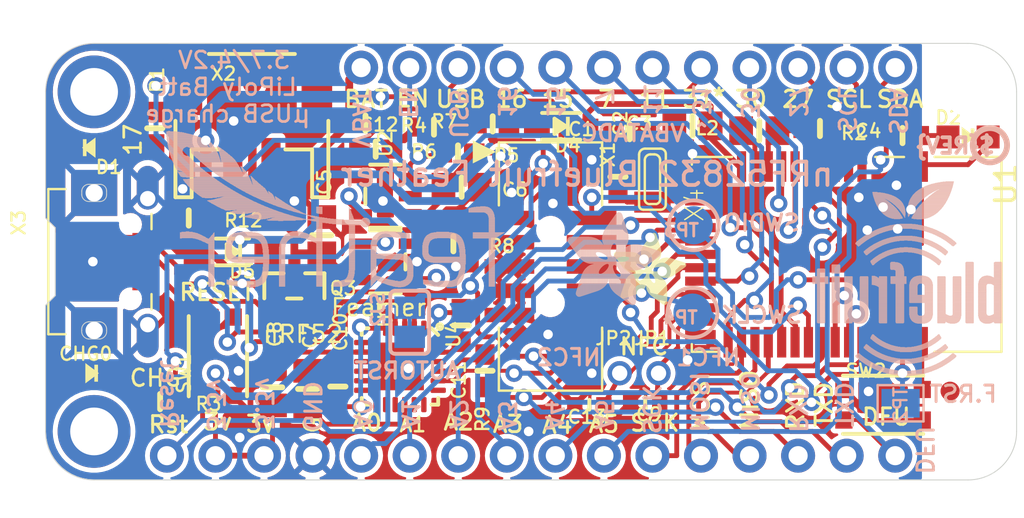
<source format=kicad_pcb>
(kicad_pcb (version 20221018) (generator pcbnew)
  (layers (0 "F.Cu" signal) (31 "B.Cu" signal) (34 "B.Paste" user) (35 "F.Paste" user) (36 "B.SilkS" user "B.Silkscreen") (37 "F.SilkS" user "F.Silkscreen") (38 "B.Mask" user) (39 "F.Mask" user) (44 "Edge.Cuts" user))
  (net 0 "")
  (net 1 "GND")
  (net 2 "N$1")
  (net 3 "N$2")
  (net 4 "SWDIO")
  (net 5 "SWCLK")
  (net 6 "N$5")
  (net 7 "N$7")
  (net 8 "RESET")
  (net 9 "LED1")
  (net 10 "LED2")
  (net 11 "SWO")
  (net 12 "N$3")
  (net 13 "N$8")
  (net 14 "3.3V")
  (net 15 "SDA")
  (net 16 "SCL")
  (net 17 "A2/0.04")
  (net 18 "A3/0.05")
  (net 19 "P0.07")
  (net 20 "P0.09/NFC1")
  (net 21 "SCK")
  (net 22 "MOSI")
  (net 23 "MISO")
  (net 24 "RXD")
  (net 25 "TXD")
  (net 26 "A0/0.02")
  (net 27 "A1/0.03")
  (net 28 "A4/0.28")
  (net 29 "A5/0.29")
  (net 30 "P0.27")
  (net 31 "A6/P0.30")
  (net 32 "A7/P0.31")
  (net 33 "VBAT")
  (net 34 "VBUS")
  (net 35 "N$4")
  (net 36 "N$9")
  (net 37 "N$10")
  (net 38 "EN")
  (net 39 "USBD+")
  (net 40 "USBD-")
  (net 41 "DTR")
  (net 42 "N$11")
  (net 43 "P0.10/NFC2")
  (net 44 "P0.11")
  (net 45 "DFU")
  (net 46 "FRST")
  (net 47 "VIN")
  (net 48 "P0.15")
  (net 49 "P0.16")
  (net 50 "N$13")
  (net 51 "N$14")
  (net 52 "VCCIO")
  (footprint "working:0603-NO" (layer "F.Cu") (at 130.594099 102.7176)
    (fp_text reference "R12")
    (fp_text value "100k")
  )
  (footprint "working:1X01_2MM" (layer "F.Cu") (at 155.168599 110.8456)
    (fp_text reference "JP1")
    (fp_text value "")
  )
  (footprint "working:_0603MP" (layer "F.Cu") (at 151.549099 112.4966 180)
    (fp_text reference "C13")
    (fp_text value "300pF")
  )
  (footprint "working:0603-NO" (layer "F.Cu") (at 146.494499 97.79 180)
    (fp_text reference "R7")
    (fp_text value "10K")
  )
  (footprint "working:0603-NO" (layer "F.Cu") (at 153.047699 100.5586 90)
    (fp_text reference "C2")
    (fp_text value "22pF")
  )
  (footprint "working:CHIPLED_0805_NOOUTLINE" (layer "F.Cu") (at 125.514099 110.8456 -90)
    (fp_text reference "CHG0")
    (fp_text value "ORANGE")
  )
  (footprint "working:SOD-123" (layer "F.Cu") (at 132.880099 104.4956 180)
    (fp_text reference "D5")
    (fp_text value "MBR120")
  )
  (footprint "working:FEATHERWING_NODIM" (layer "F.Cu") (at 123.101099 116.4336)
    (fp_text reference "MS1" hide)
    (fp_text value "FEATHERWING_NODIM" hide)
  )
  (footprint "working:XTAL3215" (layer "F.Cu") (at 154.851099 100.6856 90)
    (fp_text reference "X4")
    (fp_text value "32.768")
  )
  (footprint "working:2X05_1.27MM_BOX_POSTS" (layer "F.Cu") (at 149.517099 105.2576 -90)
    (fp_text reference "X1")
    (fp_text value "4u20317")
  )
  (footprint "working:SOT23-R" (layer "F.Cu") (at 136.118599 106.2736)
    (fp_text reference "Q3")
    (fp_text value "DMG3415U-7")
  )
  (footprint "working:4UCONN_20329_V2" (layer "F.Cu") (at 127.546099 105.0036 -90)
    (fp_text reference "X3")
    (fp_text value "4u20329")
    (fp_line (start -4.05 2.15) (end -4.05 1.6) (stroke (width 0.05)) (layer "Edge.Cuts"))
    (fp_line (start -3.7 1.25) (end -3.5 1.25) (stroke (width 0.05)) (layer "Edge.Cuts"))
    (fp_line (start -3.5 2.55) (end -3.7 2.55) (stroke (width 0.05)) (layer "Edge.Cuts"))
    (fp_line (start -3.15 1.6) (end -3.15 2.15) (stroke (width 0.05)) (layer "Edge.Cuts"))
    (fp_line (start 3.15 2.2) (end 3.15 1.6) (stroke (width 0.05)) (layer "Edge.Cuts"))
    (fp_line (start 4.05 1.6) (end 4.05 2.2) (stroke (width 0.05)) (layer "Edge.Cuts"))
    (fp_arc (start -4.05 1.6) (mid -3.947487 1.352513) (end -3.7 1.25) (stroke (width 0.05)) (layer "Edge.Cuts"))
    (fp_arc (start -3.7 2.55) (mid -3.957843 2.422487) (end -4.05 2.15) (stroke (width 0.05)) (layer "Edge.Cuts"))
    (fp_arc (start -3.5 1.25) (mid -3.252513 1.352513) (end -3.15 1.6) (stroke (width 0.05)) (layer "Edge.Cuts"))
    (fp_arc (start -3.15 2.15) (mid -3.242157 2.422487) (end -3.5 2.55) (stroke (width 0.05)) (layer "Edge.Cuts"))
    (fp_arc (start 3.15 1.6) (mid 3.302513 1.331802) (end 3.6 1.25) (stroke (width 0.05)) (layer "Edge.Cuts"))
    (fp_arc (start 3.6 1.25) (mid 3.897487 1.331802) (end 4.05 1.6) (stroke (width 0.05)) (layer "Edge.Cuts"))
    (fp_arc (start 3.6 2.55) (mid 3.302513 2.468198) (end 3.15 2.2) (stroke (width 0.05)) (layer "Edge.Cuts"))
    (fp_arc (start 4.05 2.2) (mid 3.897487 2.468198) (end 3.6 2.55) (stroke (width 0.05)) (layer "Edge.Cuts"))
  )
  (footprint "working:0805-NO" (layer "F.Cu") (at 160.439099 98.1456 180)
    (fp_text reference "L2")
    (fp_text value "10uH")
  )
  (footprint "working:SOT23-5" (layer "F.Cu") (at 140.881099 105.0163 -90)
    (fp_text reference "U3")
    (fp_text value "MCP73831T-2ACI/OT")
  )
  (footprint "working:SOD-323" (layer "F.Cu") (at 150.075899 97.917 180)
    (fp_text reference "D4")
    (fp_text value "1N4148")
  )
  (footprint "working:SOT23-5" (layer "F.Cu") (at 140.881099 101.5746 90)
    (fp_text reference "U2")
    (fp_text value "AP2112(3.3V)")
  )
  (footprint "working:0603-NO" (layer "F.Cu") (at 144.437099 104.0638)
    (fp_text reference "R8")
    (fp_text value "10K")
  )
  (footprint "working:0603-NO" (layer "F.Cu") (at 163.614099 98.0313)
    (fp_text reference "C4")
    (fp_text value "1uF")
  )
  (footprint "working:0603-NO" (layer "F.Cu") (at 146.088099 110.7186 -90)
    (fp_text reference "R9")
    (fp_text value "1K")
  )
  (footprint "working:0603-NO" (layer "F.Cu") (at 129.095499 112.3315)
    (fp_text reference "R3")
    (fp_text value "1K")
  )
  (footprint "working:0805-NO" (layer "F.Cu") (at 156.946599 97.8916 180)
    (fp_text reference "C3")
    (fp_text value "10uF")
  )
  (footprint "working:JSTPH2" (layer "F.Cu") (at 133.896099 97.1296)
    (fp_text reference "X2")
    (fp_text value "JSTPH")
  )
  (footprint "working:0805-NO" (layer "F.Cu") (at 137.553699 103.6193 90)
    (fp_text reference "C5")
    (fp_text value "10µF")
  )
  (footprint "working:ADAFRUIT_3.5MM" (layer "F.Cu") (at 152.819099 107.2896)
    (fp_text reference "U$49" hide)
    (fp_text value "" hide)
  )
  (footprint "working:0603-NO" (layer "F.Cu") (at 143.421099 97.9551 180)
    (fp_text reference "C12")
    (fp_text value "1nF")
  )
  (footprint "working:0603-NO" (layer "F.Cu") (at 144.678399 99.314)
    (fp_text reference "R5")
    (fp_text value "100K")
  )
  (footprint "working:BTN_KMR2_4.6X2.8" (layer "F.Cu") (at 132.118099 109.9566 90)
    (fp_text reference "SW1")
    (fp_text value "KMR2")
  )
  (footprint "working:0805-NO" (layer "F.Cu") (at 144.868899 101.1047)
    (fp_text reference "C6")
    (fp_text value "10µF")
  )
  (footprint "working:FIDUCIAL_1MM" (layer "F.Cu") (at 133.921499 95.6818)
    (fp_text reference "FID1" hide)
    (fp_text value "FIDUCIAL_1MM" hide)
  )
  (footprint "working:0805-NO" (layer "F.Cu") (at 136.817099 111.6711 90)
    (fp_text reference "C7")
    (fp_text value "10uf")
  )
  (footprint "working:FIDUCIAL_1MM" (layer "F.Cu") (at 170.421299 111.7854)
    (fp_text reference "FID3" hide)
    (fp_text value "FIDUCIAL_1MM" hide)
  )
  (footprint "working:1X01_2MM" (layer "F.Cu") (at 153.136599 110.8456)
    (fp_text reference "JP2")
    (fp_text value "")
  )
  (footprint "working:0603-NO" (layer "F.Cu") (at 139.839699 97.7519)
    (fp_text reference "R4")
    (fp_text value "806K")
  )
  (footprint "working:BLE_MODULE_RAYTAC_MDBT42" (layer "F.Cu") (at 165.011099 104.6226 -90)
    (fp_text reference "U1")
    (fp_text value "MDBT42")
  )
  (footprint "working:CHIPLED_0805_NOOUTLINE" (layer "F.Cu") (at 125.387099 99.0346 90)
    (fp_text reference "D1")
    (fp_text value "RED")
  )
  (footprint "working:0603-NO" (layer "F.Cu") (at 128.816099 98.0186 90)
    (fp_text reference "R1")
    (fp_text value "1K")
  )
  (footprint "working:CHIPLED_0805_NOOUTLINE" (layer "F.Cu") (at 171.361099 98.4758 -90)
    (fp_text reference "D2")
    (fp_text value "BLUE")
  )
  (footprint "working:0603-NO" (layer "F.Cu") (at 138.391899 111.5441 90)
    (fp_text reference "C10")
    (fp_text value "0.1uF")
  )
  (footprint "working:_0603MP" (layer "F.Cu") (at 154.470099 112.3696 180)
    (fp_text reference "C9")
    (fp_text value "300pF")
  )
  (footprint "working:BTN_KMR2_4.6X2.8" (layer "F.Cu") (at 166.916099 112.4966)
    (fp_text reference "SW2")
    (fp_text value "KMR2")
  )
  (footprint "working:0805-NO" (layer "F.Cu") (at 134.975599 111.5822 90)
    (fp_text reference "C8")
    (fp_text value "10µF")
  )
  (footprint "working:0603-NO" (layer "F.Cu") (at 140.373099 99.1108)
    (fp_text reference "R6")
    (fp_text value "2M")
  )
  (footprint "working:QFN24_4MM_SMSC" (layer "F.Cu") (at 141.643099 110.49 -90)
    (fp_text reference "U4")
    (fp_text value "CP2104")
  )
  (footprint "working:0603-NO" (layer "F.Cu") (at 144.843499 108.3437 -90)
    (fp_text reference "C11")
    (fp_text value "0.1uF")
  )
  (footprint "working:0603-NO" (layer "F.Cu") (at 167.932099 98.3996 180)
    (fp_text reference "R2")
    (fp_text value "1K")
  )
  (footprint "working:0603-NO" (layer "F.Cu") (at 153.657299 98.1964 180)
    (fp_text reference "C1")
    (fp_text value "22pF")
  )
  (footprint "working:FEATHERLOGO_MED" (layer "B.Cu") (at 147.231099 106.4006 180)
    (fp_text reference "U$46" hide)
    (fp_text value "" hide)
  )
  (footprint "working:ADAFRUIT_5MM" (layer "B.Cu") (at 150.406099 107.2896 90)
    (fp_text reference "U$47" hide)
    (fp_text value "" hide)
  )
  (footprint "working:SOLDERJUMPER_CLOSEDWIRE" (layer "B.Cu") (at 142.151099 108.1786 -90)
    (fp_text reference "SJ2")
    (fp_text value "BAT")
  )
  (footprint "working:PCBFEAT-REV-040" (layer "B.Cu") (at 172.504099 98.9076 180)
    (fp_text reference "U$17" hide)
    (fp_text value "" hide)
  )
  (footprint "working:TESTPOINT_ROUND_2MM" (layer "B.Cu") (at 157.010099 103.0986 180)
    (fp_text reference "TP3")
    (fp_text value "")
  )
  (footprint "working:TESTPOINT_ROUND_2MM" (layer "B.Cu") (at 156.946599 107.6706 180)
    (fp_text reference "TP4")
    (fp_text value "")
  )
  (footprint "working:PAD-1.5X2.0" (layer "B.Cu") (at 167.830499 112.4204 -90)
    (fp_text reference "TP2")
    (fp_text value "FRST")
  )
  (footprint "working:BLUEFRUITLOGO_100MM" (layer "B.Cu") (at 173.139099 110.9726 180)
    (fp_text reference "U$45" hide)
    (fp_text value "" hide)
  )
  (gr_arc (start 173.901099 113.8936) (mid 173.15715 115.689651) (end 171.361099 116.4336) (stroke (width 0.05)) (layer "Edge.Cuts"))
  (gr_line (start 123.101099 113.8936) (end 123.101099 107.2896) (stroke (width 0.05)) (layer "Edge.Cuts"))
  (gr_line (start 123.609099 103.2256) (end 123.101099 102.7176) (stroke (width 0.05)) (layer "Edge.Cuts"))
  (gr_line (start 123.101099 102.7176) (end 123.101099 96.1136) (stroke (width 0.05)) (layer "Edge.Cuts"))
  (gr_line (start 123.101099 107.2896) (end 123.609099 106.7816) (stroke (width 0.05)) (layer "Edge.Cuts"))
  (gr_arc (start 171.361099 93.5736) (mid 173.157151 94.317549) (end 173.9011 96.113601) (stroke (width 0.05)) (layer "Edge.Cuts"))
  (gr_arc (start 125.641099 116.4336) (mid 123.845048 115.689651) (end 123.101099 113.8936) (stroke (width 0.05)) (layer "Edge.Cuts"))
  (gr_line (start 173.901099 96.1136) (end 173.901099 113.8936) (stroke (width 0.05)) (layer "Edge.Cuts"))
  (gr_line (start 171.361099 116.4336) (end 125.641099 116.4336) (stroke (width 0.05)) (layer "Edge.Cuts"))
  (gr_line (start 123.609099 106.7816) (end 123.609099 103.2256) (stroke (width 0.05)) (layer "Edge.Cuts"))
  (gr_arc (start 123.101099 96.1136) (mid 123.845048 94.317549) (end 125.6411 93.573601) (stroke (width 0.05)) (layer "Edge.Cuts"))
  (gr_line (start 125.641099 93.5736) (end 171.361099 93.5736) (stroke (width 0.05)) (layer "Edge.Cuts"))
  (gr_text "A4" (at 149.694899 113.03 -90) (layer "B.SilkS") (effects (font (size 0.8636 0.8636) (thickness 0.1524)) (justify mirror)))
  (gr_text "NFC1" (at 157.772099 110.0201) (layer "B.SilkS") (effects (font (size 0.8636 0.8636) (thickness 0.1524)) (justify mirror)))
  (gr_text "3.3v" (at 134.531099 112.4331 -90) (layer "B.SilkS") (effects (font (size 0.8636 0.8636) (thickness 0.1524)) (justify mirror)))
  (gr_text "EN" (at 142.049499 96.6597 -90) (layer "B.SilkS") (effects (font (size 0.8636 0.8636) (thickness 0.1524)) (justify mirror)))
  (gr_text "15" (at 149.771099 96.6216 -90) (layer "B.SilkS") (effects (font (size 0.8636 0.8636) (thickness 0.1524)) (justify mirror)))
  (gr_text "NFC2" (at 150.469599 110.0201) (layer "B.SilkS") (effects (font (size 0.8636 0.8636) (thickness 0.1524)) (justify mirror)))
  (gr_text "31" (at 157.391099 96.4946 -90) (layer "B.SilkS") (effects (font (size 0.8636 0.8636) (thickness 0.1524)) (justify mirror)))
  (gr_text "SDA" (at 167.678099 97.1296 -90) (layer "B.SilkS") (effects (font (size 0.8636 0.8636) (thickness 0.1524)) (justify mirror)))
  (gr_text "11" (at 154.851099 96.4946 -90) (layer "B.SilkS") (effects (font (size 0.8636 0.8636) (thickness 0.1524)) (justify mirror)))
  (gr_text "A3" (at 147.231099 113.0681 -90) (layer "B.SilkS") (effects (font (size 0.8636 0.8636) (thickness 0.1524)) (justify mirror)))
  (gr_text "SCK" (at 154.787599 112.7506 -90) (layer "B.SilkS") (effects (font (size 0.8636 0.8636) (thickness 0.1524)) (justify mirror)))
  (gr_text "27" (at 162.471099 96.6216 -90) (layer "B.SilkS") (effects (font (size 0.8636 0.8636) (thickness 0.1524)) (justify mirror)))
  (gr_text "SCL" (at 165.011099 97.028 -90) (layer "B.SilkS") (effects (font (size 0.8636 0.8636) (thickness 0.1524)) (justify mirror)))
  (gr_text "USB" (at 144.691099 97.2566 -90) (layer "B.SilkS") (effects (font (size 0.8636 0.8636) (thickness 0.1524)) (justify mirror)))
  (gr_text "A5" (at 152.311099 113.0046 -90) (layer "B.SilkS") (effects (font (size 0.8636 0.8636) (thickness 0.1524)) (justify mirror)))
  (gr_text "MISO" (at 159.931099 112.3696 -90) (layer "B.SilkS") (effects (font (size 0.8636 0.8636) (thickness 0.1524)) (justify mirror)))
  (gr_text "Reset" (at 129.552699 111.9378 -90) (layer "B.SilkS") (effects (font (size 0.8636 0.8636) (thickness 0.1524)) (justify mirror)))
  (gr_text "RXD" (at 162.458399 112.6744 -90) (layer "B.SilkS") (effects (font (size 0.8636 0.8636) (thickness 0.1524)) (justify mirror)))
  (gr_text "AUTORST" (at 142.024099 110.7186) (layer "B.SilkS") (effects (font (size 0.85344 0.85344) (thickness 0.16256)) (justify mirror)))
  (gr_text "SWDIO" (at 160.566099 102.9716) (layer "B.SilkS") (effects (font (size 0.85344 0.85344) (thickness 0.16256)) (justify mirror)))
  (gr_text "MOSI" (at 157.264099 112.3696 -90) (layer "B.SilkS") (effects (font (size 0.8636 0.8636) (thickness 0.1524)) (justify mirror)))
  (gr_text "A0" (at 139.674599 112.9665 -90) (layer "B.SilkS") (effects (font (size 0.8636 0.8636) (thickness 0.1524)) (justify mirror)))
  (gr_text "A1" (at 142.176499 112.9665 -90) (layer "B.SilkS") (effects (font (size 0.8636 0.8636) (thickness 0.1524)) (justify mirror)))
  (gr_text "3.3v" (at 131.991099 112.4966 -90) (layer "B.SilkS") (effects (font (size 0.8636 0.8636) (thickness 0.1524)) (justify mirror)))
  (gr_text "GND" (at 137.045699 112.5855 -90) (layer "B.SilkS") (effects (font (size 0.8636 0.8636) (thickness 0.1524)) (justify mirror)))
  (gr_text "TXD" (at 164.845999 112.4839 -90) (layer "B.SilkS") (effects (font (size 0.8636 0.8636) (thickness 0.1524)) (justify mirror)))
  (gr_text "SWCLK" (at 160.566099 107.7976) (layer "B.SilkS") (effects (font (size 0.85344 0.85344) (thickness 0.16256)) (justify mirror)))
  (gr_text "F.RST" (at 171.107099 111.9378) (layer "B.SilkS") (effects (font (size 0.8636 0.8636) (thickness 0.1524)) (justify mirror)))
  (gr_text "VBAT" (at 139.611099 97.5106 -90) (layer "B.SilkS") (effects (font (size 0.8636 0.8636) (thickness 0.1524)) (justify mirror)))
  (gr_text "16" (at 147.231099 96.6216 -90) (layer "B.SilkS") (effects (font (size 0.8636 0.8636) (thickness 0.1524)) (justify mirror)))
  (gr_text "A2" (at 144.691099 112.9792 -90) (layer "B.SilkS") (effects (font (size 0.8636 0.8636) (thickness 0.1524)) (justify mirror)))
  (gr_text "^ VBATADC" (at 157.772099 98.7806) (layer "B.SilkS") (effects (font (size 0.85344 0.85344) (thickness 0.16256)) (justify left bottom mirror)))
  (gr_text "7" (at 152.311099 96.3676 -90) (layer "B.SilkS") (effects (font (size 0.8636 0.8636) (thickness 0.1524)) (justify mirror)))
  (gr_text "3.7/4.2V \nLiPoly Batt\nµUSB charge" (at 132.626099 95.8596) (layer "B.SilkS") (effects (font (size 0.87376 0.87376) (thickness 0.14224)) (justify mirror)))
  (gr_text "30" (at 159.931099 96.6724 -90) (layer "B.SilkS") (effects (font (size 0.8636 0.8636) (thickness 0.1524)) (justify mirror)))
  (gr_text "DFU" (at 169.075099 114.8715 -90) (layer "B.SilkS") (effects (font (size 0.8636 0.8636) (thickness 0.1524)) (justify mirror)))
  (gr_text "nRF52832 Bluefruit Feather" (at 151.422099 100.4316) (layer "B.SilkS") (effects (font (size 1.223264 1.223264) (thickness 0.199136)) (justify mirror)))
  (gr_text "A2" (at 144.716499 113.3856) (layer "F.SilkS") (effects (font (size 0.8636 0.8636) (thickness 0.1524))))
  (gr_text "MOSI" (at 157.391099 112.3696 90) (layer "F.SilkS") (effects (font (size 0.8636 0.8636) (thickness 0.1524))))
  (gr_text "Rst" (at 129.527299 113.538) (layer "F.SilkS") (effects (font (size 0.8636 0.8636) (thickness 0.1524))))
  (gr_text "SCK" (at 154.978099 113.4491) (layer "F.SilkS") (effects (font (size 0.8636 0.8636) (thickness 0.1524))))
  (gr_text "Feather" (at 137.960099 107.9246) (layer "F.SilkS") (effects (font (size 0.89408 0.89408) (thickness 0.12192)) (justify left bottom)))
  (gr_text "31" (at 157.264099 96.4946) (layer "F.SilkS") (effects (font (size 0.8636 0.8636) (thickness 0.1524))))
  (gr_text "TXD" (at 163.829999 112.4839 90) (layer "F.SilkS") (effects (font (size 0.8636 0.8636) (thickness 0.1524))))
  (gr_text "USB" (at 144.818099 96.4946) (layer "F.SilkS") (effects (font (size 0.8636 0.8636) (thickness 0.1524))))
  (gr_text "NFC" (at 154.406599 109.4486) (layer "F.SilkS") (effects (font (size 0.8636 0.8636) (thickness 0.1524))))
  (gr_text "16" (at 147.485099 96.4946) (layer "F.SilkS") (effects (font (size 0.8636 0.8636) (thickness 0.1524))))
  (gr_text "30" (at 160.007299 96.4946) (layer "F.SilkS") (effects (font (size 0.8636 0.8636) (thickness 0.1524))))
  (gr_text "nRF52" (at 134.404099 109.3216) (layer "F.SilkS") (effects (font (size 0.89408 0.89408) (thickness 0.12192)) (justify left bottom)))
  (gr_text "*" (at 157.899099 96.8756) (layer "F.SilkS") (effects (font (size 0.85344 0.85344) (thickness 0.16256)) (justify left bottom)))
  (gr_text "SDA" (at 167.805099 96.4946) (layer "F.SilkS") (effects (font (size 0.8636 0.8636) (thickness 0.1524))))
  (gr_text "3v" (at 134.340599 113.5126) (layer "F.SilkS") (effects (font (size 0.8636 0.8636) (thickness 0.1524))))
  (gr_text "BAT" (at 139.865099 96.4946) (layer "F.SilkS") (effects (font (size 0.8636 0.8636) (thickness 0.1524))))
  (gr_text "RESET" (at 132.067299 106.6038) (layer "F.SilkS") (effects (font (size 0.8636 0.8636) (thickness 0.1524))))
  (gr_text "17" (at 128.181099 99.5426 90) (layer "F.SilkS") (effects (font (size 0.87376 0.87376) (thickness 0.14224)) (justify left bottom)))
  (gr_text "A3" (at 147.294599 113.5126) (layer "F.SilkS") (effects (font (size 0.8636 0.8636) (thickness 0.1524))))
  (gr_text "11" (at 154.978099 96.4946) (layer "F.SilkS") (effects (font (size 0.8636 0.8636) (thickness 0.1524))))
  (gr_text "MISO" (at 159.931099 112.2426 90) (layer "F.SilkS") (effects (font (size 0.8636 0.8636) (thickness 0.1524))))
  (gr_text "A4" (at 149.872699 113.5634) (layer "F.SilkS") (effects (font (size 0.8636 0.8636) (thickness 0.1524))))
  (gr_text "7" (at 152.438099 96.4946) (layer "F.SilkS") (effects (font (size 0.8636 0.8636) (thickness 0.1524))))
  (gr_text "3v" (at 132.118099 113.3856) (layer "F.SilkS") (effects (font (size 0.8636 0.8636) (thickness 0.1524))))
  (gr_text "A0" (at 139.903199 113.4491) (layer "F.SilkS") (effects (font (size 0.8636 0.8636) (thickness 0.1524))))
  (gr_text "DFU" (at 167.081199 113.1316) (layer "F.SilkS") (effects (font (size 0.8636 0.8636) (thickness 0.1524))))
  (gr_text "15" (at 149.898099 96.4946) (layer "F.SilkS") (effects (font (size 0.8636 0.8636) (thickness 0.1524))))
  (gr_text "A1" (at 142.316199 113.538) (layer "F.SilkS") (effects (font (size 0.75565 0.75565) (thickness 0.13335))))
  (gr_text "RXD" (at 162.331399 112.5474 90) (layer "F.SilkS") (effects (font (size 0.8636 0.8636) (thickness 0.1524))))
  (gr_text "27" (at 162.471099 96.4946) (layer "F.SilkS") (effects (font (size 0.8636 0.8636) (thickness 0.1524))))
  (gr_text "CHG" (at 127.419099 111.6076) (layer "F.SilkS") (effects (font (size 0.87376 0.87376) (thickness 0.14224)) (justify left bottom)))
  (gr_text "A5" (at 152.311099 113.5126) (layer "F.SilkS") (effects (font (size 0.8636 0.8636) (thickness 0.1524))))
  (gr_text "SCL" (at 165.112699 96.4946) (layer "F.SilkS") (effects (font (size 0.8636 0.8636) (thickness 0.1524))))
  (gr_text "G" (at 137.096499 113.5507 90) (layer "F.SilkS") (effects (font (size 0.8636 0.8636) (thickness 0.1524))))
  (gr_text "EN" (at 142.316199 96.4692) (layer "F.SilkS") (effects (font (size 0.8636 0.8636) (thickness 0.1524))))
  (segment (start 155.996599 98.4021) (end 156.946599 99.3521) (width 0.3048) (layer "F.Cu") (net 1))
  (segment (start 124.337099 99.0346) (end 123.736099 99.6356) (width 0.254) (layer "F.Cu") (net 1))
  (segment (start 132.245099 108.4326) (end 132.181599 108.4326) (width 0.254) (layer "F.Cu") (net 1))
  (segment (start 142.393099 110.2861) (end 142.087599 110.5916) (width 0.254) (layer "F.Cu") (net 1))
  (segment (start 134.975599 110.6322) (end 134.635199 110.9726) (width 0.254) (layer "F.Cu") (net 1))
  (segment (start 171.361099 99.9236) (end 172.411099 98.8736) (width 0.254) (layer "F.Cu") (net 1))
  (segment (start 142.393099 107.7461) (end 142.532099 107.6071) (width 0.254) (layer "F.Cu") (net 1))
  (segment (start 168.811099 99.9236) (end 171.361099 99.9236) (width 0.254) (layer "F.Cu") (net 1))
  (segment (start 147.367099 103.9876) (end 145.287099 104.3686) (width 0.254) (layer "F.Cu") (net 1))
  (segment (start 145.287099 104.3686) (end 145.287099 104.0638) (width 0.254) (layer "F.Cu") (net 1))
  (segment (start 148.755099 108.1786) (end 149.390099 108.8136) (width 0.254) (layer "F.Cu") (net 1))
  (segment (start 141.223099 99.1108) (end 142.124799 98.2091) (width 0.254) (layer "F.Cu") (net 1))
  (segment (start 132.771099 107.9066) (end 132.245099 108.4326) (width 0.254) (layer "F.Cu") (net 1))
  (segment (start 147.367099 107.7976) (end 148.755099 108.1786) (width 0.254) (layer "F.Cu") (net 1))
  (segment (start 123.736099 99.6356) (end 123.736099 100.4316) (width 0.254) (layer "F.Cu") (net 1))
  (segment (start 142.124799 98.2091) (end 142.571099 97.9551) (width 0.254) (layer "F.Cu") (net 1))
  (segment (start 155.996599 97.8916) (end 155.996599 98.4021) (width 0.3048) (layer "F.Cu") (net 1))
  (segment (start 142.393099 108.49) (end 142.393099 107.7461) (width 0.254) (layer "F.Cu") (net 1))
  (segment (start 168.966099 109.3776) (end 168.966099 111.6966) (width 0.2032) (layer "F.Cu") (net 1))
  (segment (start 132.181599 108.4326) (end 131.800599 108.8136) (width 0.254) (layer "F.Cu") (net 1))
  (segment (start 132.918099 107.9066) (end 132.771099 107.9066) (width 0.254) (layer "F.Cu") (net 1))
  (segment (start 172.411099 98.8736) (end 172.411099 98.4758) (width 0.254) (layer "F.Cu") (net 1))
  (segment (start 168.811099 109.2226) (end 168.966099 109.3776) (width 0.2032) (layer "F.Cu") (net 1))
  (segment (start 142.393099 108.49) (end 142.393099 110.2861) (width 0.254) (layer "F.Cu") (net 1))
  (segment (start 168.811099 99.9236) (end 168.811099 100.0226) (width 0.254) (layer "F.Cu") (net 1))
  (via (at 166.154099 111.7981) (size 0.9064) (drill 0.5) (layers "F.Cu" "B.Cu") (net 1))
  (via (at 132.943599 97.6376) (size 0.9064) (drill 0.5) (layers "F.Cu" "B.Cu") (net 1))
  (via (at 148.374099 113.8936) (size 0.9064) (drill 0.5) (layers "F.Cu" "B.Cu") (net 1))
  (via (at 147.485099 101.3841) (size 0.9064) (drill 0.5) (layers "F.Cu" "B.Cu") (net 1))
  (via (at 142.532099 105.0036) (size 0.9064) (drill 0.5) (layers "F.Cu" "B.Cu") (net 1))
  (via (at 133.261099 114.2111) (size 0.9064) (drill 0.5) (layers "F.Cu" "B.Cu") (net 1))
  (via (at 149.390099 108.8136) (size 0.9064) (drill 0.5) (layers "F.Cu" "B.Cu") (net 1))
  (via (at 166.090599 103.3526) (size 0.9064) (drill 0.5) (layers "F.Cu" "B.Cu") (net 1))
  (via (at 156.692599 110.1471) (size 0.9064) (drill 0.5) (layers "F.Cu" "B.Cu") (net 1))
  (via (at 166.916099 102.1461) (size 0.9064) (drill 0.5) (layers "F.Cu" "B.Cu") (net 1))
  (via (at 151.676099 110.8456) (size 0.9064) (drill 0.5) (layers "F.Cu" "B.Cu") (net 1))
  (via (at 144.564099 105.2576) (size 0.9064) (drill 0.5) (layers "F.Cu" "B.Cu") (net 1))
  (via (at 167.614599 101.0031) (size 0.9064) (drill 0.5) (layers "F.Cu" "B.Cu") (net 1))
  (via (at 130.276599 101.1936) (size 0.9064) (drill 0.5) (layers "F.Cu" "B.Cu") (net 1))
  (via (at 136.118599 101.8286) (size 0.9064) (drill 0.5) (layers "F.Cu" "B.Cu") (net 1))
  (via (at 168.376599 102.2731) (size 0.9064) (drill 0.5) (layers "F.Cu" "B.Cu") (net 1))
  (via (at 125.577599 105.0036) (size 0.9064) (drill 0.5) (layers "F.Cu" "B.Cu") (net 1))
  (via (at 133.197599 110.7186) (size 0.9064) (drill 0.5) (layers "F.Cu" "B.Cu") (net 1))
  (via (at 164.503099 96.8756) (size 0.9064) (drill 0.5) (layers "F.Cu" "B.Cu") (net 1))
  (via (at 167.678099 103.2891) (size 0.9064) (drill 0.5) (layers "F.Cu" "B.Cu") (net 1))
  (via (at 140.754099 101.8286) (size 0.9064) (drill 0.5) (layers "F.Cu" "B.Cu") (net 1))
  (via (at 142.087599 110.5916) (size 0.9064) (drill 0.5) (layers "F.Cu" "B.Cu") (net 1))
  (via (at 165.646099 101.6381) (size 0.9064) (drill 0.5) (layers "F.Cu" "B.Cu") (net 1))
  (via (at 151.676099 99.6696) (size 0.9064) (drill 0.5) (layers "F.Cu" "B.Cu") (net 1))
  (via (at 149.644099 101.9556) (size 0.9064) (drill 0.5) (layers "F.Cu" "B.Cu") (net 1))
  (via (at 156.946599 99.3521) (size 0.9064) (drill 0.5) (layers "F.Cu" "B.Cu") (net 1))
  (segment (start 139.230099 113.3856) (end 140.246099 113.3856) (width 0.254) (layer "B.Cu") (net 1))
  (segment (start 154.507299 98.1964) (end 154.851099 98.5402) (width 0.254) (layer "F.Cu") (net 2))
  (segment (start 154.851099 99.6696) (end 154.851099 99.4856) (width 0.254) (layer "F.Cu") (net 2))
  (segment (start 154.851099 98.5402) (end 154.851099 99.4856) (width 0.254) (layer "F.Cu") (net 2))
  (segment (start 156.304099 101.1226) (end 154.851099 99.6696) (width 0.254) (layer "F.Cu") (net 2))
  (segment (start 157.361099 101.1226) (end 156.304099 101.1226) (width 0.254) (layer "F.Cu") (net 2))
  (segment (start 153.524699 101.8856) (end 154.851099 101.8856) (width 0.254) (layer "F.Cu") (net 3))
  (segment (start 153.047699 101.4086) (end 153.524699 101.8856) (width 0.254) (layer "F.Cu") (net 3))
  (segment (start 157.361099 101.8226) (end 154.914099 101.8226) (width 0.254) (layer "F.Cu") (net 3))
  (segment (start 154.914099 101.8226) (end 154.851099 101.8856) (width 0.254) (layer "F.Cu") (net 3))
  (segment (start 151.676099 103.0896) (end 151.676099 101.6381) (width 0.254) (layer "F.Cu") (net 4))
  (segment (start 167.211099 108.8996) (end 167.487599 107.9246) (width 0.2032) (layer "F.Cu") (net 4))
  (segment (start 167.487599 107.9246) (end 167.487599 106.6546) (width 0.254) (layer "F.Cu") (net 4))
  (segment (start 151.667099 102.7176) (end 151.676099 103.0896) (width 0.254) (layer "F.Cu") (net 4))
  (segment (start 167.211099 109.2226) (end 167.211099 108.8996) (width 0.254) (layer "F.Cu") (net 4))
  (segment (start 166.789099 105.9561) (end 162.471099 105.9561) (width 0.254) (layer "F.Cu") (net 4))
  (segment (start 167.487599 106.6546) (end 166.789099 105.9561) (width 0.254) (layer "F.Cu") (net 4))
  (via (at 151.676099 101.6381) (size 0.9064) (drill 0.5) (layers "F.Cu" "B.Cu") (net 4))
  (via (at 162.471099 105.9561) (size 0.9064) (drill 0.5) (layers "F.Cu" "B.Cu") (net 4))
  (segment (start 159.042099 107.2896) (end 159.677099 107.9246) (width 0.254) (layer "B.Cu") (net 4))
  (segment (start 158.280099 105.8926) (end 158.280099 104.3686) (width 0.254) (layer "B.Cu") (net 4))
  (segment (start 160.947099 107.9246) (end 159.677099 107.9246) (width 0.254) (layer "B.Cu") (net 4))
  (segment (start 151.676099 101.6381) (end 155.168599 101.6381) (width 0.254) (layer "B.Cu") (net 4))
  (segment (start 161.328099 107.5436) (end 161.328099 106.5276) (width 0.254) (layer "B.Cu") (net 4))
  (segment (start 159.042099 106.6546) (end 158.280099 105.8926) (width 0.254) (layer "B.Cu") (net 4))
  (segment (start 160.947099 107.9246) (end 161.328099 107.5436) (width 0.254) (layer "B.Cu") (net 4))
  (segment (start 156.883099 103.3526) (end 156.883099 103.2256) (width 0.254) (layer "B.Cu") (net 4))
  (segment (start 161.899599 105.9561) (end 162.471099 105.9561) (width 0.254) (layer "B.Cu") (net 4))
  (segment (start 155.168599 101.6381) (end 156.883099 103.3526) (width 0.254) (layer "B.Cu") (net 4))
  (segment (start 161.328099 106.5276) (end 161.899599 105.9561) (width 0.254) (layer "B.Cu") (net 4))
  (segment (start 158.280099 104.3686) (end 157.010099 103.0986) (width 0.254) (layer "B.Cu") (net 4))
  (segment (start 159.042099 107.2896) (end 159.042099 106.6546) (width 0.254) (layer "B.Cu") (net 4))
  (segment (start 156.883099 103.2256) (end 157.010099 103.0986) (width 0.254) (layer "B.Cu") (net 4))
  (segment (start 156.883099 103.3526) (end 156.914849 103.38435) (width 0.3048) (layer "B.Cu") (net 4))
  (segment (start 151.667099 103.9876) (end 153.581099 103.9876) (width 0.254) (layer "F.Cu") (net 5))
  (segment (start 153.835099 106.0196) (end 154.279599 106.4641) (width 0.254) (layer "F.Cu") (net 5))
  (segment (start 164.249099 110.9091) (end 163.169599 111.9886) (width 0.254) (layer "F.Cu") (net 5))
  (segment (start 166.027099 110.9091) (end 166.511099 110.4251) (width 0.254) (layer "F.Cu") (net 5))
  (segment (start 154.279599 106.4641) (end 154.279599 106.6546) (width 0.254) (layer "F.Cu") (net 5))
  (segment (start 153.581099 105.1306) (end 153.517599 105.2576) (width 0.254) (layer "F.Cu") (net 5))
  (segment (start 153.517599 105.2576) (end 153.835099 105.5751) (width 0.254) (layer "F.Cu") (net 5))
  (segment (start 166.027099 110.9091) (end 164.249099 110.9091) (width 0.254) (layer "F.Cu") (net 5))
  (segment (start 163.169599 111.9886) (end 163.169599 112.3696) (width 0.254) (layer "F.Cu") (net 5))
  (segment (start 166.511099 110.4251) (end 166.511099 109.2226) (width 0.254) (layer "F.Cu") (net 5))
  (segment (start 153.581099 103.9876) (end 153.581099 105.1306) (width 0.254) (layer "F.Cu") (net 5))
  (segment (start 153.835099 105.5751) (end 153.835099 106.0196) (width 0.254) (layer "F.Cu") (net 5))
  (via (at 163.169599 112.3696) (size 0.9064) (drill 0.5) (layers "F.Cu" "B.Cu") (net 5))
  (via (at 154.279599 106.6546) (size 0.9064) (drill 0.5) (layers "F.Cu" "B.Cu") (net 5))
  (segment (start 156.438599 107.1626) (end 154.279599 106.6546) (width 0.254) (layer "B.Cu") (net 5))
  (segment (start 163.169599 111.5441) (end 163.169599 112.3696) (width 0.254) (layer "B.Cu") (net 5))
  (segment (start 160.883599 110.7186) (end 157.835599 107.6706) (width 0.254) (layer "B.Cu") (net 5))
  (segment (start 162.344099 110.7186) (end 163.169599 111.5441) (width 0.254) (layer "B.Cu") (net 5))
  (segment (start 157.835599 107.6706) (end 156.946599 107.6706) (width 0.254) (layer "B.Cu") (net 5))
  (segment (start 156.946599 107.6706) (end 156.438599 107.1626) (width 0.254) (layer "B.Cu") (net 5))
  (segment (start 160.883599 110.7186) (end 162.344099 110.7186) (width 0.254) (layer "B.Cu") (net 5))
  (segment (start 126.603099 98.8686) (end 128.816099 98.8686) (width 0.254) (layer "F.Cu") (net 6))
  (segment (start 126.437099 99.0346) (end 126.603099 98.8686) (width 0.254) (layer "F.Cu") (net 6))
  (segment (start 170.311099 98.3996) (end 170.311099 98.4758) (width 0.254) (layer "F.Cu") (net 7))
  (segment (start 168.782099 98.3996) (end 170.311099 98.3996) (width 0.254) (layer "F.Cu") (net 7))
  (segment (start 131.318099 113.2966) (end 129.451099 115.1636) (width 0.254) (layer "F.Cu") (net 8))
  (segment (start 145.961099 108.9406) (end 145.707099 108.6866) (width 0.254) (layer "F.Cu") (net 8))
  (segment (start 162.026599 111.3536) (end 162.407599 110.9726) (width 0.254) (layer "F.Cu") (net 8))
  (segment (start 165.811099 110.1091) (end 165.811099 109.2226) (width 0.254) (layer "F.Cu") (net 8))
  (segment (start 145.961099 108.9406) (end 146.723099 108.9406) (width 0.254) (layer "F.Cu") (net 8))
  (segment (start 130.721099 111.0996) (end 131.318099 111.6966) (width 0.254) (layer "F.Cu") (net 8))
  (segment (start 147.739099 109.9566) (end 148.628099 109.9566) (width 0.254) (layer "F.Cu") (net 8))
  (segment (start 150.406099 108.1786) (end 151.667099 107.7976) (width 0.254) (layer "F.Cu") (net 8))
  (segment (start 148.628099 109.9566) (end 149.644099 109.9566) (width 0.254) (layer "F.Cu") (net 8))
  (segment (start 148.805899 97.917) (end 149.136099 98.5012) (width 0.254) (layer "F.Cu") (net 8))
  (segment (start 145.707099 106.6546) (end 145.326099 106.2736) (width 0.254) (layer "F.Cu") (net 8))
  (segment (start 149.136099 98.5012) (end 149.136099 99.8601) (width 0.254) (layer "F.Cu") (net 8))
  (segment (start 131.318099 111.6966) (end 131.318099 112.0066) (width 0.254) (layer "F.Cu") (net 8))
  (segment (start 131.318099 107.9066) (end 130.721099 108.5036) (width 0.254) (layer "F.Cu") (net 8))
  (segment (start 146.723099 108.9406) (end 147.739099 109.9566) (width 0.254) (layer "F.Cu") (net 8))
  (segment (start 131.318099 112.0066) (end 131.318099 113.2966) (width 0.254) (layer "F.Cu") (net 8))
  (segment (start 164.058599 110.4011) (end 165.519099 110.4011) (width 0.254) (layer "F.Cu") (net 8))
  (segment (start 150.406099 109.1946) (end 150.406099 108.1786) (width 0.254) (layer "F.Cu") (net 8))
  (segment (start 165.519099 110.4011) (end 165.811099 110.1091) (width 0.254) (layer "F.Cu") (net 8))
  (segment (start 149.644099 109.9566) (end 150.406099 109.1946) (width 0.254) (layer "F.Cu") (net 8))
  (segment (start 147.344499 97.79) (end 148.805899 97.917) (width 0.254) (layer "F.Cu") (net 8))
  (segment (start 145.707099 108.6866) (end 145.707099 106.6546) (width 0.254) (layer "F.Cu") (net 8))
  (segment (start 163.487099 110.9726) (end 164.058599 110.4011) (width 0.254) (layer "F.Cu") (net 8))
  (segment (start 162.407599 110.9726) (end 163.487099 110.9726) (width 0.254) (layer "F.Cu") (net 8))
  (segment (start 162.026599 111.3536) (end 162.026599 111.6076) (width 0.254) (layer "F.Cu") (net 8))
  (segment (start 130.721099 108.5036) (end 130.721099 111.0996) (width 0.254) (layer "F.Cu") (net 8))
  (via (at 145.326099 106.2736) (size 0.9064) (drill 0.5) (layers "F.Cu" "B.Cu") (net 8))
  (via (at 162.026599 111.6076) (size 0.9064) (drill 0.5) (layers "F.Cu" "B.Cu") (net 8))
  (via (at 148.628099 109.9566) (size 0.9064) (drill 0.5) (layers "F.Cu" "B.Cu") (net 8))
  (via (at 149.136099 99.8601) (size 0.9064) (drill 0.5) (layers "F.Cu" "B.Cu") (net 8))
  (segment (start 145.453099 105.7656) (end 145.326099 106.2736) (width 0.254) (layer "B.Cu") (net 8))
  (segment (start 137.388599 113.3221) (end 131.292599 113.3221) (width 0.254) (layer "B.Cu") (net 8))
  (segment (start 141.135099 107.2896) (end 142.024099 107.2896) (width 0.254) (layer "B.Cu") (net 8))
  (segment (start 148.628099 110.2741) (end 148.628099 109.9566) (width 0.254) (layer "B.Cu") (net 8))
  (segment (start 131.292599 113.3221) (end 129.451099 115.1636) (width 0.254) (layer "B.Cu") (net 8))
  (segment (start 137.960099 113.8936) (end 137.388599 113.3221) (width 0.254) (layer "B.Cu") (net 8))
  (segment (start 160.693099 112.8776) (end 161.201099 112.8776) (width 0.254) (layer "B.Cu") (net 8))
  (segment (start 161.772599 111.8616) (end 162.026599 111.6076) (width 0.254) (layer "B.Cu") (net 8))
  (segment (start 159.042099 111.2266) (end 157.391099 111.2266) (width 0.254) (layer "B.Cu") (net 8))
  (segment (start 142.151099 107.2896) (end 142.151099 107.4166) (width 0.254) (layer "B.Cu") (net 8))
  (segment (start 160.693099 112.8776) (end 159.042099 111.2266) (width 0.254) (layer "B.Cu") (net 8))
  (segment (start 141.008099 107.4166) (end 141.008099 113.5126) (width 0.254) (layer "B.Cu") (net 8))
  (segment (start 144.818099 106.7816) (end 145.326099 106.2736) (width 0.254) (layer "B.Cu") (net 8))
  (segment (start 161.772599 112.3061) (end 161.772599 111.8616) (width 0.254) (layer "B.Cu") (net 8))
  (segment (start 148.501099 100.4951) (end 149.136099 99.8601) (width 0.254) (layer "B.Cu") (net 8))
  (segment (start 140.627099 113.8936) (end 137.960099 113.8936) (width 0.254) (layer "B.Cu") (net 8))
  (segment (start 156.756099 111.8616) (end 150.215599 111.8616) (width 0.254) (layer "B.Cu") (net 8))
  (segment (start 142.024099 107.2896) (end 142.151099 107.4166) (width 0.254) (layer "B.Cu") (net 8))
  (segment (start 150.215599 111.8616) (end 148.628099 110.2741) (width 0.254) (layer "B.Cu") (net 8))
  (segment (start 142.659099 106.7816) (end 142.151099 107.2896) (width 0.254) (layer "B.Cu") (net 8))
  (segment (start 148.501099 102.7176) (end 148.501099 100.4951) (width 0.254) (layer "B.Cu") (net 8))
  (segment (start 145.453099 105.7656) (end 148.501099 102.7176) (width 0.254) (layer "B.Cu") (net 8))
  (segment (start 142.659099 106.7816) (end 144.818099 106.7816) (width 0.254) (layer "B.Cu") (net 8))
  (segment (start 141.008099 113.5126) (end 140.627099 113.8936) (width 0.254) (layer "B.Cu") (net 8))
  (segment (start 161.201099 112.8776) (end 161.772599 112.3061) (width 0.254) (layer "B.Cu") (net 8))
  (segment (start 157.391099 111.2266) (end 156.756099 111.8616) (width 0.254) (layer "B.Cu") (net 8))
  (segment (start 141.008099 107.4166) (end 141.135099 107.2896) (width 0.254) (layer "B.Cu") (net 8))
  (segment (start 163.011099 107.8296) (end 162.471099 107.2896) (width 0.254) (layer "F.Cu") (net 9))
  (segment (start 128.816099 97.1686) (end 128.879599 97.1051) (width 0.254) (layer "F.Cu") (net 9))
  (segment (start 128.879599 97.1051) (end 128.879599 95.7961) (width 0.254) (layer "F.Cu") (net 9))
  (segment (start 163.011099 109.2226) (end 163.011099 107.8296) (width 0.254) (layer "F.Cu") (net 9))
  (via (at 128.879599 95.7961) (size 0.9064) (drill 0.5) (layers "F.Cu" "B.Cu") (net 9))
  (via (at 162.471099 107.2896) (size 0.9064) (drill 0.5) (layers "F.Cu" "B.Cu") (net 9))
  (segment (start 128.879599 95.7961) (end 128.879599 98.3361) (width 0.254) (layer "B.Cu") (net 9))
  (segment (start 140.627099 98.6536) (end 142.532099 100.5586) (width 0.254) (layer "B.Cu") (net 9))
  (segment (start 158.407099 106.9086) (end 157.645099 106.1466) (width 0.254) (layer "B.Cu") (net 9))
  (segment (start 149.644099 98.3996) (end 150.787099 99.5426) (width 0.254) (layer "B.Cu") (net 9))
  (segment (start 142.532099 100.5586) (end 143.929099 100.5586) (width 0.254) (layer "B.Cu") (net 9))
  (segment (start 157.645099 105.0036) (end 157.137099 104.4956) (width 0.254) (layer "B.Cu") (net 9))
  (segment (start 156.248099 104.4956) (end 155.613099 103.8606) (width 0.254) (layer "B.Cu") (net 9))
  (segment (start 161.074099 108.6866) (end 159.550099 108.6866) (width 0.254) (layer "B.Cu") (net 9))
  (segment (start 155.613099 103.0986) (end 154.724099 102.2096) (width 0.254) (layer "B.Cu") (net 9))
  (segment (start 152.057099 102.4636) (end 151.295099 102.4636) (width 0.254) (layer "B.Cu") (net 9))
  (segment (start 158.407099 107.5436) (end 158.407099 106.9086) (width 0.254) (layer "B.Cu") (net 9))
  (segment (start 133.515099 100.1776) (end 135.039099 98.6536) (width 0.254) (layer "B.Cu") (net 9))
  (segment (start 130.721099 100.1776) (end 133.515099 100.1776) (width 0.254) (layer "B.Cu") (net 9))
  (segment (start 159.550099 108.6866) (end 158.407099 107.5436) (width 0.254) (layer "B.Cu") (net 9))
  (segment (start 155.613099 103.8606) (end 155.613099 103.0986) (width 0.254) (layer "B.Cu") (net 9))
  (segment (start 151.295099 102.4636) (end 150.787099 101.9556) (width 0.254) (layer "B.Cu") (net 9))
  (segment (start 143.929099 100.5586) (end 146.088099 98.3996) (width 0.254) (layer "B.Cu") (net 9))
  (segment (start 157.137099 104.4956) (end 156.248099 104.4956) (width 0.254) (layer "B.Cu") (net 9))
  (segment (start 154.724099 102.2096) (end 152.311099 102.2096) (width 0.254) (layer "B.Cu") (net 9))
  (segment (start 128.879599 98.3361) (end 130.721099 100.1776) (width 0.254) (layer "B.Cu") (net 9))
  (segment (start 157.645099 106.1466) (end 157.645099 105.0036) (width 0.254) (layer "B.Cu") (net 9))
  (segment (start 135.039099 98.6536) (end 140.627099 98.6536) (width 0.254) (layer "B.Cu") (net 9))
  (segment (start 150.787099 101.9556) (end 150.787099 99.5426) (width 0.254) (layer "B.Cu") (net 9))
  (segment (start 152.311099 102.2096) (end 152.057099 102.4636) (width 0.254) (layer "B.Cu") (net 9))
  (segment (start 146.088099 98.3996) (end 149.644099 98.3996) (width 0.254) (layer "B.Cu") (net 9))
  (segment (start 162.471099 107.2896) (end 161.074099 108.6866) (width 0.254) (layer "B.Cu") (net 9))
  (segment (start 166.789099 99.6696) (end 167.082099 99.3766) (width 0.254) (layer "F.Cu") (net 10))
  (segment (start 167.082099 99.3766) (end 167.082099 98.3996) (width 0.254) (layer "F.Cu") (net 10))
  (segment (start 164.411099 109.2226) (end 164.411099 107.2546) (width 0.254) (layer "F.Cu") (net 10))
  (segment (start 164.411099 107.2546) (end 164.884099 106.7816) (width 0.254) (layer "F.Cu") (net 10))
  (via (at 166.789099 99.6696) (size 0.9064) (drill 0.5) (layers "F.Cu" "B.Cu") (net 10))
  (via (at 164.884099 106.7816) (size 0.9064) (drill 0.5) (layers "F.Cu" "B.Cu") (net 10))
  (segment (start 166.662099 100.3046) (end 165.646099 100.3046) (width 0.254) (layer "B.Cu") (net 10))
  (segment (start 164.630099 102.5906) (end 165.138099 103.0986) (width 0.254) (layer "B.Cu") (net 10))
  (segment (start 165.138099 104.7496) (end 164.503099 105.3846) (width 0.254) (layer "B.Cu") (net 10))
  (segment (start 165.138099 103.0986) (end 165.138099 104.7496) (width 0.254) (layer "B.Cu") (net 10))
  (segment (start 164.503099 106.4006) (end 164.884099 106.7816) (width 0.254) (layer "B.Cu") (net 10))
  (segment (start 164.630099 101.3206) (end 164.630099 102.5906) (width 0.254) (layer "B.Cu") (net 10))
  (segment (start 166.789099 100.1776) (end 166.789099 99.6696) (width 0.254) (layer "B.Cu") (net 10))
  (segment (start 166.662099 100.3046) (end 166.789099 100.1776) (width 0.254) (layer "B.Cu") (net 10))
  (segment (start 165.646099 100.3046) (end 164.630099 101.3206) (width 0.254) (layer "B.Cu") (net 10))
  (segment (start 164.503099 105.3846) (end 164.503099 106.4006) (width 0.254) (layer "B.Cu") (net 10))
  (segment (start 160.947099 111.4171) (end 160.947099 111.9886) (width 0.254) (layer "F.Cu") (net 11))
  (segment (start 163.296599 110.4646) (end 161.899599 110.4646) (width 0.254) (layer "F.Cu") (net 11))
  (segment (start 163.711099 110.0501) (end 163.296599 110.4646) (width 0.254) (layer "F.Cu") (net 11))
  (segment (start 163.711099 109.2226) (end 163.711099 110.0501) (width 0.254) (layer "F.Cu") (net 11))
  (segment (start 153.327099 105.9561) (end 153.327099 106.9721) (width 0.254) (layer "F.Cu") (net 11))
  (segment (start 153.708099 107.3531) (end 153.708099 107.6706) (width 0.254) (layer "F.Cu") (net 11))
  (segment (start 152.755599 105.3846) (end 153.327099 105.9561) (width 0.254) (layer "F.Cu") (net 11))
  (segment (start 161.899599 110.4646) (end 160.947099 111.4171) (width 0.254) (layer "F.Cu") (net 11))
  (segment (start 153.327099 106.9721) (end 153.708099 107.3531) (width 0.254) (layer "F.Cu") (net 11))
  (segment (start 151.667099 105.2576) (end 152.755599 105.3846) (width 0.254) (layer "F.Cu") (net 11))
  (via (at 153.708099 107.6706) (size 0.9064) (drill 0.5) (layers "F.Cu" "B.Cu") (net 11))
  (via (at 160.947099 111.9886) (size 0.9064) (drill 0.5) (layers "F.Cu" "B.Cu") (net 11))
  (segment (start 158.153099 109.1946) (end 154.724099 109.1946) (width 0.254) (layer "B.Cu") (net 11))
  (segment (start 154.724099 109.1946) (end 153.708099 107.6706) (width 0.254) (layer "B.Cu") (net 11))
  (segment (start 158.153099 109.1946) (end 160.947099 111.9886) (width 0.254) (layer "B.Cu") (net 11))
  (segment (start 160.211099 100.0226) (end 160.211099 98.8676) (width 0.254) (layer "F.Cu") (net 12))
  (segment (start 160.211099 98.8676) (end 159.489099 98.1456) (width 0.254) (layer "F.Cu") (net 12))
  (segment (start 161.389099 98.1456) (end 162.764099 98.1456) (width 0.254) (layer "F.Cu") (net 13))
  (segment (start 162.764099 98.1456) (end 162.764099 98.0313) (width 0.254) (layer "F.Cu") (net 13))
  (segment (start 160.911099 100.0226) (end 160.911099 98.6236) (width 0.254) (layer "F.Cu") (net 13))
  (segment (start 160.911099 98.6236) (end 161.389099 98.1456) (width 0.254) (layer "F.Cu") (net 13))
  (segment (start 142.659099 103.3526) (end 143.040099 103.0986) (width 0.3048) (layer "F.Cu") (net 14))
  (segment (start 151.930099 96.7486) (end 157.772099 96.7486) (width 0.3048) (layer "F.Cu") (net 14))
  (segment (start 149.580599 96.6216) (end 150.088599 97.6376) (width 0.3048) (layer "F.Cu") (net 14))
  (segment (start 134.531099 115.1636) (end 131.991099 115.1636) (width 0.3048) (layer "F.Cu") (net 14))
  (segment (start 148.501099 101.8921) (end 148.501099 103.0986) (width 0.254) (layer "F.Cu") (net 14))
  (segment (start 146.278599 103.0986) (end 147.367099 102.7176) (width 0.254) (layer "F.Cu") (net 14))
  (segment (start 140.154999 103.0986) (end 139.580999 102.5246) (width 0.3048) (layer "F.Cu") (net 14))
  (segment (start 149.898099 100.4951) (end 148.501099 101.8921) (width 0.254) (layer "F.Cu") (net 14))
  (segment (start 146.723099 103.0986) (end 147.367099 102.7176) (width 0.254) (layer "F.Cu") (net 14))
  (segment (start 149.898099 100.4951) (end 150.088599 100.3046) (width 0.3048) (layer "F.Cu") (net 14))
  (segment (start 140.154999 103.0986) (end 141.262099 103.0986) (width 0.3048) (layer "F.Cu") (net 14))
  (segment (start 141.262099 103.0986) (end 141.516099 103.3526) (width 0.3048) (layer "F.Cu") (net 14))
  (segment (start 157.833099 98.4606) (end 157.896599 98.3971) (width 0.3048) (layer "F.Cu") (net 14))
  (segment (start 157.896599 98.3971) (end 157.896599 97.8916) (width 0.3048) (layer "F.Cu") (net 14))
  (segment (start 151.930099 96.7486) (end 151.345899 97.3328) (width 0.3048) (layer "F.Cu") (net 14))
  (segment (start 132.118099 112.7506) (end 131.991099 112.8776) (width 0.254) (layer "F.Cu") (net 14))
  (segment (start 141.516099 103.3526) (end 142.659099 103.3526) (width 0.3048) (layer "F.Cu") (net 14))
  (segment (start 151.320499 98.1456) (end 150.088599 98.1456) (width 0.3048) (layer "F.Cu") (net 14))
  (segment (start 146.304899 96.6216) (end 149.580599 96.6216) (width 0.3048) (layer "F.Cu") (net 14))
  (segment (start 139.580999 102.5246) (end 138.976099 101.9197) (width 0.254) (layer "F.Cu") (net 14))
  (segment (start 151.345899 97.3328) (end 151.345899 97.917) (width 0.3048) (layer "F.Cu") (net 14))
  (segment (start 159.511099 100.1386) (end 157.833099 98.4606) (width 0.3048) (layer "F.Cu") (net 14))
  (segment (start 157.772099 96.7486) (end 157.896599 96.8731) (width 0.3048) (layer "F.Cu") (net 14))
  (segment (start 132.118099 110.9726) (end 132.118099 112.7506) (width 0.254) (layer "F.Cu") (net 14))
  (segment (start 150.088599 100.3046) (end 150.088599 98.1456) (width 0.3048) (layer "F.Cu") (net 14))
  (segment (start 151.345899 97.917) (end 151.320499 98.1456) (width 0.254) (layer "F.Cu") (net 14))
  (segment (start 157.896599 96.8731) (end 157.896599 97.8916) (width 0.3048) (layer "F.Cu") (net 14))
  (segment (start 134.975599 114.7191) (end 134.531099 115.1636) (width 0.254) (layer "F.Cu") (net 14))
  (segment (start 131.991099 112.8776) (end 131.991099 115.1636) (width 0.254) (layer "F.Cu") (net 14))
  (segment (start 147.367099 102.7176) (end 148.501099 103.0986) (width 0.3048) (layer "F.Cu") (net 14))
  (segment (start 150.088599 97.6376) (end 150.088599 98.1456) (width 0.3048) (layer "F.Cu") (net 14))
  (segment (start 143.040099 103.0986) (end 146.278599 103.0986) (width 0.3048) (layer "F.Cu") (net 14))
  (segment (start 131.991099 110.8456) (end 132.118099 110.9726) (width 0.254) (layer "F.Cu") (net 14))
  (segment (start 146.304899 96.6216) (end 145.644499 97.79) (width 0.3048) (layer "F.Cu") (net 14))
  (segment (start 138.976099 101.9197) (end 138.976099 101.5746) (width 0.254) (layer "F.Cu") (net 14))
  (segment (start 134.975599 112.5322) (end 134.975599 114.7191) (width 0.254) (layer "F.Cu") (net 14))
  (segment (start 159.511099 100.0226) (end 159.511099 100.1386) (width 0.3048) (layer "F.Cu") (net 14))
  (via (at 138.976099 101.5746) (size 0.9064) (drill 0.5) (layers "F.Cu" "B.Cu") (net 14))
  (via (at 131.991099 110.8456) (size 0.9064) (drill 0.5) (layers "F.Cu" "B.Cu") (net 14))
  (segment (start 134.975599 112.0521) (end 132.943599 112.0521) (width 0.4064) (layer "B.Cu") (net 14))
  (segment (start 141.833599 104.4321) (end 141.833599 103.6066) (width 0.3048) (layer "B.Cu") (net 14))
  (segment (start 139.579599 106.6861) (end 141.833599 104.4321) (width 0.3048) (layer "B.Cu") (net 14))
  (segment (start 141.071599 102.8446) (end 140.119099 102.8446) (width 0.3048) (layer "B.Cu") (net 14))
  (segment (start 132.943599 112.0521) (end 131.991099 111.0996) (width 0.4064) (layer "B.Cu") (net 14))
  (segment (start 140.119099 102.8446) (end 138.976099 101.7016) (width 0.3048) (layer "B.Cu") (net 14))
  (segment (start 141.833599 103.6066) (end 141.071599 102.8446) (width 0.3048) (layer "B.Cu") (net 14))
  (segment (start 138.601199 107.6645) (end 139.579599 106.6861) (width 0.4064) (layer "B.Cu") (net 14))
  (segment (start 134.975599 112.0521) (end 138.601199 108.4265) (width 0.4064) (layer "B.Cu") (net 14))
  (segment (start 138.976099 101.7016) (end 138.976099 101.5746) (width 0.3048) (layer "B.Cu") (net 14))
  (segment (start 138.601199 108.4265) (end 138.601199 107.6645) (width 0.4064) (layer "B.Cu") (net 14))
  (segment (start 131.991099 111.0996) (end 131.991099 110.8456) (width 0.4064) (layer "B.Cu") (net 14))
  (segment (start 165.811099 99.3776) (end 166.027099 99.1616) (width 0.254) (layer "F.Cu") (net 15))
  (segment (start 165.811099 100.0226) (end 165.811099 99.3776) (width 0.254) (layer "F.Cu") (net 15))
  (segment (start 166.027099 99.1616) (end 166.027099 96.6216) (width 0.254) (layer "F.Cu") (net 15))
  (segment (start 166.027099 96.6216) (end 167.551099 95.0976) (width 0.254) (layer "F.Cu") (net 15))
  (segment (start 167.551099 95.0976) (end 167.551099 94.8436) (width 0.254) (layer "F.Cu") (net 15))
  (segment (start 165.111099 99.0616) (end 165.519099 98.6536) (width 0.254) (layer "F.Cu") (net 16))
  (segment (start 165.519099 95.7326) (end 165.011099 95.2246) (width 0.254) (layer "F.Cu") (net 16))
  (segment (start 165.519099 98.6536) (end 165.519099 95.7326) (width 0.254) (layer "F.Cu") (net 16))
  (segment (start 165.111099 100.0226) (end 165.111099 99.0616) (width 0.254) (layer "F.Cu") (net 16))
  (segment (start 165.011099 95.2246) (end 165.011099 94.8436) (width 0.254) (layer "F.Cu") (net 16))
  (segment (start 155.741599 103.9226) (end 157.361099 103.9226) (width 0.254) (layer "F.Cu") (net 17))
  (segment (start 155.741599 103.9226) (end 154.787599 104.8766) (width 0.254) (layer "F.Cu") (net 17))
  (segment (start 154.787599 104.8766) (end 154.406599 104.8766) (width 0.254) (layer "F.Cu") (net 17))
  (via (at 154.406599 104.8766) (size 0.9064) (drill 0.5) (layers "F.Cu" "B.Cu") (net 17))
  (segment (start 149.263099 105.3846) (end 150.660099 105.3846) (width 0.254) (layer "B.Cu") (net 17))
  (segment (start 144.691099 110.8456) (end 148.056599 107.4801) (width 0.254) (layer "B.Cu") (net 17))
  (segment (start 150.660099 105.3846) (end 151.168099 104.8766) (width 0.254) (layer "B.Cu") (net 17))
  (segment (start 144.691099 115.1636) (end 144.691099 110.8456) (width 0.254) (layer "B.Cu") (net 17))
  (segment (start 148.056599 106.5911) (end 149.263099 105.3846) (width 0.254) (layer "B.Cu") (net 17))
  (segment (start 151.168099 104.8766) (end 154.406599 104.8766) (width 0.254) (layer "B.Cu") (net 17))
  (segment (start 148.056599 107.4801) (end 148.056599 106.5911) (width 0.254) (layer "B.Cu") (net 17))
  (segment (start 155.422599 105.3211) (end 156.121099 104.6226) (width 0.254) (layer "F.Cu") (net 18))
  (segment (start 155.422599 105.3211) (end 155.422599 105.5116) (width 0.254) (layer "F.Cu") (net 18))
  (segment (start 155.422599 105.5116) (end 155.359099 105.5116) (width 0.254) (layer "F.Cu") (net 18))
  (segment (start 156.121099 104.6226) (end 157.361099 104.6226) (width 0.254) (layer "F.Cu") (net 18))
  (via (at 155.359099 105.5116) (size 0.9064) (drill 0.5) (layers "F.Cu" "B.Cu") (net 18))
  (segment (start 151.041099 105.7656) (end 155.041599 105.7656) (width 0.254) (layer "B.Cu") (net 18))
  (segment (start 150.787099 106.0196) (end 151.041099 105.7656) (width 0.254) (layer "B.Cu") (net 18))
  (segment (start 145.707099 110.5281) (end 145.707099 113.1316) (width 0.254) (layer "B.Cu") (net 18))
  (segment (start 147.231099 114.6556) (end 147.231099 115.1636) (width 0.254) (layer "B.Cu") (net 18))
  (segment (start 145.707099 113.1316) (end 147.231099 114.6556) (width 0.254) (layer "B.Cu") (net 18))
  (segment (start 149.390099 106.0196) (end 150.787099 106.0196) (width 0.254) (layer "B.Cu") (net 18))
  (segment (start 145.707099 110.5281) (end 148.628099 107.6071) (width 0.254) (layer "B.Cu") (net 18))
  (segment (start 148.628099 106.7816) (end 149.390099 106.0196) (width 0.254) (layer "B.Cu") (net 18))
  (segment (start 148.628099 106.7816) (end 148.628099 107.6071) (width 0.254) (layer "B.Cu") (net 18))
  (segment (start 155.295599 105.5116) (end 155.359099 105.5116) (width 0.254) (layer "B.Cu") (net 18))
  (segment (start 155.041599 105.7656) (end 155.295599 105.5116) (width 0.254) (layer "B.Cu") (net 18))
  (segment (start 159.556099 105.7656) (end 159.931099 105.7656) (width 0.254) (layer "F.Cu") (net 19))
  (segment (start 159.299099 106.0226) (end 159.556099 105.7656) (width 0.254) (layer "F.Cu") (net 19))
  (segment (start 159.299099 106.0226) (end 157.361099 106.0226) (width 0.254) (layer "F.Cu") (net 19))
  (via (at 159.931099 105.7656) (size 0.9064) (drill 0.5) (layers "F.Cu" "B.Cu") (net 19))
  (segment (start 154.089099 96.6216) (end 157.391099 96.6216) (width 0.254) (layer "B.Cu") (net 19))
  (segment (start 160.566099 104.8766) (end 159.931099 105.5116) (width 0.254) (layer "B.Cu") (net 19))
  (segment (start 152.311099 94.8436) (end 154.089099 96.6216) (width 0.254) (layer "B.Cu") (net 19))
  (segment (start 160.058099 102.4636) (end 160.566099 102.9716) (width 0.254) (layer "B.Cu") (net 19))
  (segment (start 159.931099 105.5116) (end 159.931099 105.7656) (width 0.254) (layer "B.Cu") (net 19))
  (segment (start 160.566099 102.9716) (end 160.566099 104.8766) (width 0.254) (layer "B.Cu") (net 19))
  (segment (start 157.391099 96.6216) (end 160.058099 99.2886) (width 0.254) (layer "B.Cu") (net 19))
  (segment (start 160.058099 99.2886) (end 160.058099 102.4636) (width 0.254) (layer "B.Cu") (net 19))
  (segment (start 156.248099 107.4166) (end 157.355099 107.4166) (width 0.2032) (layer "F.Cu") (net 20))
  (segment (start 155.740099 108.3056) (end 155.740099 109.3216) (width 0.2032) (layer "F.Cu") (net 20))
  (segment (start 156.057599 107.6071) (end 156.248099 107.4166) (width 0.2032) (layer "F.Cu") (net 20))
  (segment (start 152.311099 112.4966) (end 153.200099 110.9091) (width 0.254) (layer "F.Cu") (net 20))
  (segment (start 154.660599 109.8296) (end 153.708099 110.7821) (width 0.2032) (layer "F.Cu") (net 20))
  (segment (start 153.200099 110.9091) (end 153.136599 110.8456) (width 0.254) (layer "F.Cu") (net 20))
  (segment (start 153.708099 110.7821) (end 153.644599 110.8456) (width 0.254) (layer "F.Cu") (net 20))
  (segment (start 157.355099 107.4166) (end 157.361099 107.4226) (width 0.2032) (layer "F.Cu") (net 20))
  (segment (start 155.740099 108.3056) (end 156.057599 107.9881) (width 0.2032) (layer "F.Cu") (net 20))
  (segment (start 155.232099 109.8296) (end 154.660599 109.8296) (width 0.2032) (layer "F.Cu") (net 20))
  (segment (start 153.644599 110.8456) (end 153.136599 110.8456) (width 0.254) (layer "F.Cu") (net 20))
  (segment (start 156.057599 107.9881) (end 156.057599 107.6071) (width 0.2032) (layer "F.Cu") (net 20))
  (segment (start 155.740099 109.3216) (end 155.232099 109.8296) (width 0.2032) (layer "F.Cu") (net 20))
  (segment (start 156.121099 111.9886) (end 156.121099 115.1636) (width 0.254) (layer "F.Cu") (net 21))
  (segment (start 157.264099 110.8456) (end 156.121099 111.9886) (width 0.254) (layer "F.Cu") (net 21))
  (segment (start 159.511099 109.2226) (end 159.511099 110.6306) (width 0.254) (layer "F.Cu") (net 21))
  (segment (start 159.511099 110.6306) (end 159.296099 110.8456) (width 0.254) (layer "F.Cu") (net 21))
  (segment (start 156.121099 115.1636) (end 154.851099 115.1636) (width 0.254) (layer "F.Cu") (net 21))
  (segment (start 159.296099 110.8456) (end 157.264099 110.8456) (width 0.254) (layer "F.Cu") (net 21))
  (segment (start 157.518099 111.3536) (end 156.756099 112.1156) (width 0.254) (layer "F.Cu") (net 22))
  (segment (start 159.550099 111.3536) (end 157.518099 111.3536) (width 0.254) (layer "F.Cu") (net 22))
  (segment (start 160.211099 110.6926) (end 159.550099 111.3536) (width 0.254) (layer "F.Cu") (net 22))
  (segment (start 156.756099 112.1156) (end 156.756099 115.1636) (width 0.254) (layer "F.Cu") (net 22))
  (segment (start 160.211099 109.2226) (end 160.211099 110.6926) (width 0.254) (layer "F.Cu") (net 22))
  (segment (start 156.756099 115.1636) (end 157.391099 115.1636) (width 0.254) (layer "F.Cu") (net 22))
  (segment (start 158.026099 113.8936) (end 159.296099 115.1636) (width 0.254) (layer "F.Cu") (net 23))
  (segment (start 157.264099 112.3696) (end 157.264099 113.3856) (width 0.254) (layer "F.Cu") (net 23))
  (segment (start 159.296099 115.1636) (end 159.931099 115.1636) (width 0.254) (layer "F.Cu") (net 23))
  (segment (start 157.264099 113.3856) (end 157.772099 113.8936) (width 0.254) (layer "F.Cu") (net 23))
  (segment (start 160.911099 109.2226) (end 160.911099 110.7546) (width 0.254) (layer "F.Cu") (net 23))
  (segment (start 157.772099 111.8616) (end 157.264099 112.3696) (width 0.254) (layer "F.Cu") (net 23))
  (segment (start 157.772099 113.8936) (end 158.026099 113.8936) (width 0.254) (layer "F.Cu") (net 23))
  (segment (start 160.911099 110.7546) (end 159.804099 111.8616) (width 0.2032) (layer "F.Cu") (net 23))
  (segment (start 159.804099 111.8616) (end 157.772099 111.8616) (width 0.2032) (layer "F.Cu") (net 23))
  (segment (start 154.089099 109.7661) (end 151.422099 109.7661) (width 0.254) (layer "F.Cu") (net 24))
  (segment (start 155.613099 107.2261) (end 155.613099 107.7976) (width 0.254) (layer "F.Cu") (net 24))
  (segment (start 155.295599 109.1311) (end 155.105099 109.3216) (width 0.254) (layer "F.Cu") (net 24))
  (segment (start 157.356599 106.7181) (end 157.361099 106.7226) (width 0.254) (layer "F.Cu") (net 24))
  (segment (start 146.088099 111.5686) (end 146.635099 112.1156) (width 0.254) (layer "F.Cu") (net 24))
  (segment (start 162.471099 115.1636) (end 161.201099 113.8936) (width 0.254) (layer "F.Cu") (net 24))
  (segment (start 161.201099 113.8936) (end 159.423099 113.8936) (width 0.254) (layer "F.Cu") (net 24))
  (segment (start 156.121099 106.7181) (end 157.356599 106.7181) (width 0.254) (layer "F.Cu") (net 24))
  (segment (start 149.072599 112.1156) (end 148.120099 112.1156) (width 0.254) (layer "F.Cu") (net 24))
  (segment (start 155.295599 108.1151) (end 155.295599 109.1311) (width 0.254) (layer "F.Cu") (net 24))
  (segment (start 146.635099 112.1156) (end 148.120099 112.1156) (width 0.254) (layer "F.Cu") (net 24))
  (segment (start 156.121099 106.7181) (end 155.613099 107.2261) (width 0.254) (layer "F.Cu") (net 24))
  (segment (start 155.105099 109.3216) (end 154.533599 109.3216) (width 0.254) (layer "F.Cu") (net 24))
  (segment (start 154.533599 109.3216) (end 154.089099 109.7661) (width 0.254) (layer "F.Cu") (net 24))
  (segment (start 159.423099 113.8936) (end 158.153099 112.6236) (width 0.254) (layer "F.Cu") (net 24))
  (segment (start 155.613099 107.7976) (end 155.295599 108.1151) (width 0.254) (layer "F.Cu") (net 24))
  (segment (start 151.422099 109.7661) (end 149.072599 112.1156) (width 0.254) (layer "F.Cu") (net 24))
  (via (at 148.120099 112.1156) (size 0.9064) (drill 0.5) (layers "F.Cu" "B.Cu") (net 24))
  (via (at 158.153099 112.6236) (size 0.9064) (drill 0.5) (layers "F.Cu" "B.Cu") (net 24))
  (segment (start 157.899099 112.8776) (end 149.009099 112.8776) (width 0.254) (layer "B.Cu") (net 24))
  (segment (start 149.009099 112.8776) (end 148.247099 112.1156) (width 0.254) (layer "B.Cu") (net 24))
  (segment (start 157.899099 112.8776) (end 158.153099 112.6236) (width 0.254) (layer "B.Cu") (net 24))
  (segment (start 148.247099 112.1156) (end 148.120099 112.1156) (width 0.254) (layer "B.Cu") (net 24))
  (segment (start 163.233099 113.8936) (end 162.090099 113.8936) (width 0.254) (layer "F.Cu") (net 25))
  (segment (start 143.643099 111.24) (end 144.487199 111.24) (width 0.254) (layer "F.Cu") (net 25))
  (segment (start 155.105099 106.9086) (end 155.105099 107.6071) (width 0.254) (layer "F.Cu") (net 25))
  (segment (start 156.184599 105.8291) (end 156.184599 105.5116) (width 0.254) (layer "F.Cu") (net 25))
  (segment (start 156.373599 105.3226) (end 157.361099 105.3226) (width 0.254) (layer "F.Cu") (net 25))
  (segment (start 156.184599 105.5116) (end 156.373599 105.3226) (width 0.254) (layer "F.Cu") (net 25))
  (segment (start 162.090099 113.8936) (end 161.582099 113.3856) (width 0.254) (layer "F.Cu") (net 25))
  (segment (start 153.898599 109.2581) (end 151.104599 109.2581) (width 0.254) (layer "F.Cu") (net 25))
  (segment (start 149.517099 110.8456) (end 147.612099 110.8456) (width 0.254) (layer "F.Cu") (net 25))
  (segment (start 144.487199 111.24) (end 145.008599 110.7186) (width 0.254) (layer "F.Cu") (net 25))
  (segment (start 163.233099 113.8936) (end 164.503099 115.1636) (width 0.254) (layer "F.Cu") (net 25))
  (segment (start 164.503099 115.1636) (end 165.011099 115.1636) (width 0.254) (layer "F.Cu") (net 25))
  (segment (start 145.072099 110.7186) (end 147.485099 110.7186) (width 0.2032) (layer "F.Cu") (net 25))
  (segment (start 145.008599 110.7186) (end 145.072099 110.7186) (width 0.254) (layer "F.Cu") (net 25))
  (segment (start 160.058099 113.3856) (end 159.296099 112.6236) (width 0.254) (layer "F.Cu") (net 25))
  (segment (start 155.105099 106.9086) (end 156.184599 105.8291) (width 0.254) (layer "F.Cu") (net 25))
  (segment (start 151.104599 109.2581) (end 149.517099 110.8456) (width 0.254) (layer "F.Cu") (net 25))
  (segment (start 155.105099 107.6071) (end 154.787599 107.9246) (width 0.254) (layer "F.Cu") (net 25))
  (segment (start 154.787599 107.9246) (end 154.787599 108.8136) (width 0.254) (layer "F.Cu") (net 25))
  (segment (start 147.866099 110.8456) (end 147.612099 110.8456) (width 0.254) (layer "F.Cu") (net 25))
  (segment (start 161.582099 113.3856) (end 160.058099 113.3856) (width 0.254) (layer "F.Cu") (net 25))
  (segment (start 147.485099 110.7186) (end 147.612099 110.8456) (width 0.254) (layer "F.Cu") (net 25))
  (segment (start 154.787599 108.8136) (end 154.343099 108.8136) (width 0.254) (layer "F.Cu") (net 25))
  (segment (start 154.343099 108.8136) (end 153.898599 109.2581) (width 0.254) (layer "F.Cu") (net 25))
  (via (at 147.612099 110.8456) (size 0.9064) (drill 0.5) (layers "F.Cu" "B.Cu") (net 25))
  (via (at 159.296099 112.6236) (size 0.9064) (drill 0.5) (layers "F.Cu" "B.Cu") (net 25))
  (segment (start 149.898099 112.3696) (end 148.374099 110.8456) (width 0.254) (layer "B.Cu") (net 25))
  (segment (start 158.407099 111.7346) (end 157.645099 111.7346) (width 0.254) (layer "B.Cu") (net 25))
  (segment (start 157.645099 111.7346) (end 157.010099 112.3696) (width 0.254) (layer "B.Cu") (net 25))
  (segment (start 148.374099 110.8456) (end 147.612099 110.8456) (width 0.254) (layer "B.Cu") (net 25))
  (segment (start 157.010099 112.3696) (end 149.898099 112.3696) (width 0.254) (layer "B.Cu") (net 25))
  (segment (start 159.296099 112.6236) (end 158.407099 111.7346) (width 0.254) (layer "B.Cu") (net 25))
  (segment (start 153.962099 102.8446) (end 155.994099 102.8446) (width 0.254) (layer "F.Cu") (net 26))
  (segment (start 153.962099 102.8446) (end 153.708099 103.0986) (width 0.254) (layer "F.Cu") (net 26))
  (segment (start 156.311599 102.5271) (end 157.356599 102.5271) (width 0.254) (layer "F.Cu") (net 26))
  (segment (start 157.356599 102.5271) (end 157.361099 102.5226) (width 0.254) (layer "F.Cu") (net 26))
  (segment (start 155.994099 102.8446) (end 156.311599 102.5271) (width 0.254) (layer "F.Cu") (net 26))
  (via (at 153.708099 103.0986) (size 0.9064) (drill 0.5) (layers "F.Cu" "B.Cu") (net 26))
  (segment (start 140.246099 114.5286) (end 139.611099 115.1636) (width 0.254) (layer "B.Cu") (net 26))
  (segment (start 150.152099 104.3686) (end 151.324277 103.196421) (width 0.254) (layer "B.Cu") (net 26))
  (segment (start 151.324277 103.196421) (end 153.610277 103.196421) (width 0.254) (layer "B.Cu") (net 26))
  (segment (start 148.755099 104.3686) (end 150.152099 104.3686) (width 0.254) (layer "B.Cu") (net 26))
  (segment (start 141.643099 113.7666) (end 140.881099 114.5286) (width 0.254) (layer "B.Cu") (net 26))
  (segment (start 147.040599 107.0991) (end 141.643099 112.4966) (width 0.254) (layer "B.Cu") (net 26))
  (segment (start 140.881099 114.5286) (end 140.246099 114.5286) (width 0.254) (layer "B.Cu") (net 26))
  (segment (start 148.755099 104.3686) (end 147.040599 106.0831) (width 0.254) (layer "B.Cu") (net 26))
  (segment (start 153.610277 103.196421) (end 153.708099 103.0986) (width 0.254) (layer "B.Cu") (net 26))
  (segment (start 141.643099 112.4966) (end 141.643099 113.7666) (width 0.254) (layer "B.Cu") (net 26))
  (segment (start 147.040599 106.0831) (end 147.040599 107.0991) (width 0.254) (layer "B.Cu") (net 26))
  (segment (start 156.184599 103.3526) (end 156.314599 103.2226) (width 0.254) (layer "F.Cu") (net 27))
  (segment (start 155.105099 103.3526) (end 156.184599 103.3526) (width 0.254) (layer "F.Cu") (net 27))
  (segment (start 156.314599 103.2226) (end 157.361099 103.2226) (width 0.254) (layer "F.Cu") (net 27))
  (segment (start 154.724099 103.7336) (end 155.105099 103.3526) (width 0.254) (layer "F.Cu") (net 27))
  (via (at 154.724099 103.7336) (size 0.9064) (drill 0.5) (layers "F.Cu" "B.Cu") (net 27))
  (segment (start 150.279099 104.8766) (end 151.295099 103.9876) (width 0.254) (layer "B.Cu") (net 27))
  (segment (start 147.548599 107.2896) (end 147.548599 106.3371) (width 0.254) (layer "B.Cu") (net 27))
  (segment (start 149.009099 104.8766) (end 150.279099 104.8766) (width 0.254) (layer "B.Cu") (net 27))
  (segment (start 142.151099 112.6871) (end 142.151099 115.1636) (width 0.254) (layer "B.Cu") (net 27))
  (segment (start 151.295099 103.9876) (end 154.470099 103.9876) (width 0.254) (layer "B.Cu") (net 27))
  (segment (start 154.470099 103.9876) (end 154.724099 103.7336) (width 0.254) (layer "B.Cu") (net 27))
  (segment (start 142.151099 112.6871) (end 147.548599 107.2896) (width 0.254) (layer "B.Cu") (net 27))
  (segment (start 147.548599 106.3371) (end 149.009099 104.8766) (width 0.254) (layer "B.Cu") (net 27))
  (segment (start 163.741099 104.2416) (end 164.630099 103.3526) (width 0.254) (layer "F.Cu") (net 28))
  (segment (start 163.711099 101.2906) (end 163.711099 100.0226) (width 0.254) (layer "F.Cu") (net 28))
  (segment (start 164.630099 103.3526) (end 164.630099 102.2096) (width 0.254) (layer "F.Cu") (net 28))
  (segment (start 164.630099 102.2096) (end 163.711099 101.2906) (width 0.254) (layer "F.Cu") (net 28))
  (via (at 163.741099 104.2416) (size 0.9064) (drill 0.5) (layers "F.Cu" "B.Cu") (net 28))
  (segment (start 151.549099 113.3856) (end 163.614099 113.3856) (width 0.2032) (layer "B.Cu") (net 28))
  (segment (start 163.487099 104.4956) (end 163.741099 104.2416) (width 0.254) (layer "B.Cu") (net 28))
  (segment (start 164.122099 111.6076) (end 163.487099 110.9726) (width 0.254) (layer "B.Cu") (net 28))
  (segment (start 163.614099 113.3856) (end 164.122099 112.8776) (width 0.254) (layer "B.Cu") (net 28))
  (segment (start 163.487099 110.9726) (end 163.487099 104.4956) (width 0.254) (layer "B.Cu") (net 28))
  (segment (start 149.771099 115.1636) (end 151.549099 113.3856) (width 0.254) (layer "B.Cu") (net 28))
  (segment (start 164.122099 112.8776) (end 164.122099 111.6076) (width 0.254) (layer "B.Cu") (net 28))
  (segment (start 163.011099 101.8606) (end 163.011099 100.0226) (width 0.254) (layer "F.Cu") (net 29))
  (segment (start 163.741099 102.5906) (end 163.011099 101.8606) (width 0.254) (layer "F.Cu") (net 29))
  (via (at 163.741099 102.5906) (size 0.9064) (drill 0.5) (layers "F.Cu" "B.Cu") (net 29))
  (segment (start 164.630099 103.3526) (end 163.868099 102.5906) (width 0.254) (layer "B.Cu") (net 29))
  (segment (start 163.868099 113.8936) (end 164.630099 113.1316) (width 0.254) (layer "B.Cu") (net 29))
  (segment (start 163.995099 105.1306) (end 164.630099 104.4956) (width 0.254) (layer "B.Cu") (net 29))
  (segment (start 164.630099 113.1316) (end 164.630099 111.3536) (width 0.254) (layer "B.Cu") (net 29))
  (segment (start 164.630099 111.3536) (end 163.995099 110.7186) (width 0.254) (layer "B.Cu") (net 29))
  (segment (start 163.868099 102.5906) (end 163.741099 102.5906) (width 0.254) (layer "B.Cu") (net 29))
  (segment (start 164.630099 104.4956) (end 164.630099 103.3526) (width 0.254) (layer "B.Cu") (net 29))
  (segment (start 153.581099 113.8936) (end 163.868099 113.8936) (width 0.254) (layer "B.Cu") (net 29))
  (segment (start 152.311099 115.1636) (end 153.581099 113.8936) (width 0.254) (layer "B.Cu") (net 29))
  (segment (start 163.995099 110.7186) (end 163.995099 105.1306) (width 0.254) (layer "B.Cu") (net 29))
  (segment (start 163.614099 98.8441) (end 163.677599 98.9076) (width 0.2032) (layer "F.Cu") (net 30))
  (segment (start 163.614099 98.8441) (end 163.614099 96.0501) (width 0.2032) (layer "F.Cu") (net 30))
  (segment (start 164.411099 98.9426) (end 164.411099 100.0226) (width 0.2032) (layer "F.Cu") (net 30))
  (segment (start 163.614099 96.0501) (end 162.471099 94.9071) (width 0.254) (layer "F.Cu") (net 30))
  (segment (start 164.376099 98.9076) (end 164.411099 98.9426) (width 0.2032) (layer "F.Cu") (net 30))
  (segment (start 162.471099 94.9071) (end 162.471099 94.8436) (width 0.254) (layer "F.Cu") (net 30))
  (segment (start 163.677599 98.9076) (end 164.376099 98.9076) (width 0.2032) (layer "F.Cu") (net 30))
  (segment (start 162.311099 103.0046) (end 161.963099 103.3526) (width 0.254) (layer "F.Cu") (net 31))
  (segment (start 162.311099 100.0226) (end 162.311099 103.0046) (width 0.254) (layer "F.Cu") (net 31))
  (via (at 161.963099 103.3526) (size 0.9064) (drill 0.5) (layers "F.Cu" "B.Cu") (net 31))
  (segment (start 162.344099 99.0346) (end 159.931099 96.6216) (width 0.254) (layer "B.Cu") (net 31))
  (segment (start 159.931099 96.6216) (end 159.931099 94.8436) (width 0.254) (layer "B.Cu") (net 31))
  (segment (start 162.344099 102.9716) (end 162.344099 99.0346) (width 0.254) (layer "B.Cu") (net 31))
  (segment (start 161.963099 103.3526) (end 162.344099 102.9716) (width 0.254) (layer "B.Cu") (net 31))
  (segment (start 145.707099 96.1136) (end 156.629099 96.1136) (width 0.254) (layer "F.Cu") (net 32))
  (segment (start 157.391099 95.3516) (end 157.391099 94.8436) (width 0.254) (layer "F.Cu") (net 32))
  (segment (start 144.271099 97.6766) (end 145.707099 96.1136) (width 0.254) (layer "F.Cu") (net 32))
  (segment (start 161.611099 100.0226) (end 161.611099 101.7996) (width 0.254) (layer "F.Cu") (net 32))
  (segment (start 141.389099 97.0026) (end 143.572599 97.0026) (width 0.254) (layer "F.Cu") (net 32))
  (segment (start 140.943699 97.4979) (end 140.689699 97.7519) (width 0.254) (layer "F.Cu") (net 32))
  (segment (start 139.523099 99.1108) (end 139.523099 98.9185) (width 0.254) (layer "F.Cu") (net 32))
  (segment (start 161.611099 101.7996) (end 161.455099 101.9556) (width 0.254) (layer "F.Cu") (net 32))
  (segment (start 139.523099 98.9185) (end 140.689699 97.7519) (width 0.254) (layer "F.Cu") (net 32))
  (segment (start 156.629099 96.1136) (end 157.391099 95.3516) (width 0.254) (layer "F.Cu") (net 32))
  (segment (start 140.943699 97.448) (end 141.389099 97.0026) (width 0.254) (layer "F.Cu") (net 32))
  (segment (start 143.572599 97.0026) (end 144.271099 97.9551) (width 0.254) (layer "F.Cu") (net 32))
  (segment (start 144.271099 97.9551) (end 144.271099 97.6766) (width 0.254) (layer "F.Cu") (net 32))
  (segment (start 140.943699 97.448) (end 140.943699 97.4979) (width 0.254) (layer "F.Cu") (net 32))
  (via (at 161.455099 101.9556) (size 0.9064) (drill 0.5) (layers "F.Cu" "B.Cu") (net 32))
  (segment (start 157.391099 94.9706) (end 157.391099 94.8436) (width 0.254) (layer "B.Cu") (net 32))
  (segment (start 161.455099 99.0346) (end 157.391099 94.9706) (width 0.254) (layer "B.Cu") (net 32))
  (segment (start 161.455099 101.9556) (end 161.455099 99.0346) (width 0.254) (layer "B.Cu") (net 32))
  (segment (start 138.950699 105.9663) (end 139.580999 105.9663) (width 0.4064) (layer "F.Cu") (net 33))
  (segment (start 135.911999 100.8296) (end 138.989699 97.7519) (width 0.4064) (layer "F.Cu") (net 33))
  (segment (start 136.118599 105.2736) (end 136.118599 104.5591) (width 0.4064) (layer "F.Cu") (net 33))
  (segment (start 136.118599 103.5431) (end 134.896099 102.3206) (width 0.4064) (layer "F.Cu") (net 33))
  (segment (start 136.118599 104.5591) (end 136.118599 103.5431) (width 0.4064) (layer "F.Cu") (net 33))
  (segment (start 134.896099 102.3206) (end 134.896099 100.8296) (width 0.4064) (layer "F.Cu") (net 33))
  (segment (start 138.989699 97.7519) (end 138.989699 95.465) (width 0.4064) (layer "F.Cu") (net 33))
  (segment (start 134.896099 100.8296) (end 135.911999 100.8296) (width 0.4064) (layer "F.Cu") (net 33))
  (segment (start 136.128799 104.5693) (end 136.118599 104.5591) (width 0.4064) (layer "F.Cu") (net 33))
  (segment (start 138.950699 105.9663) (end 137.553699 104.5693) (width 0.4064) (layer "F.Cu") (net 33))
  (segment (start 138.989699 95.465) (end 139.611099 94.8436) (width 0.4064) (layer "F.Cu") (net 33))
  (segment (start 137.553699 104.5693) (end 136.128799 104.5693) (width 0.4064) (layer "F.Cu") (net 33))
  (segment (start 138.341099 106.5911) (end 137.769599 107.1626) (width 0.254) (layer "F.Cu") (net 34))
  (segment (start 124.117099 103.6066) (end 124.371099 103.3526) (width 0.254) (layer "F.Cu") (net 34))
  (segment (start 140.436599 106.5911) (end 138.341099 106.5911) (width 0.254) (layer "F.Cu") (net 34))
  (segment (start 137.769599 108.1786) (end 136.645099 108.1786) (width 0.254) (layer "F.Cu") (net 34))
  (segment (start 131.444099 102.7176) (end 131.483099 102.6786) (width 0.6096) (layer "F.Cu") (net 34))
  (segment (start 144.691099 95.4786) (end 143.802099 96.3676) (width 0.254) (layer "F.Cu") (net 34))
  (segment (start 139.643099 109.24) (end 139.643099 109.74) (width 0.254) (layer "F.Cu") (net 34))
  (segment (start 134.041599 106.1466) (end 133.388099 106.1466) (width 0.4064) (layer "F.Cu") (net 34))
  (segment (start 131.444099 104.0816) (end 131.030099 104.4956) (width 0.254) (layer "F.Cu") (net 34))
  (segment (start 131.444099 102.7176) (end 131.444099 104.0816) (width 0.254) (layer "F.Cu") (net 34))
  (segment (start 124.117099 106.9086) (end 124.117099 103.6066) (width 0.254) (layer "F.Cu") (net 34))
  (segment (start 135.965499 109.74) (end 139.643099 109.74) (width 0.254) (layer "F.Cu") (net 34))
  (segment (start 124.464099 110.8456) (end 124.464099 110.4306) (width 0.254) (layer "F.Cu") (net 34))
  (segment (start 128.291099 103.7336) (end 128.321099 103.7036) (width 0.254) (layer "F.Cu") (net 34))
  (segment (start 141.061399 105.9663) (end 142.181199 105.9663) (width 0.4064) (layer "F.Cu") (net 34))
  (segment (start 136.645099 108.1786) (end 135.819599 107.3531) (width 0.254) (layer "F.Cu") (net 34))
  (segment (start 137.769599 107.1626) (end 137.769599 108.1786) (width 0.254) (layer "F.Cu") (net 34))
  (segment (start 140.436599 106.5911) (end 140.881099 106.1466) (width 0.254) (layer "F.Cu") (net 34))
  (segment (start 126.784099 103.3526) (end 127.165099 103.7336) (width 0.254) (layer "F.Cu") (net 34))
  (segment (start 131.483099 102.6786) (end 131.483099 98.6536) (width 0.6096) (layer "F.Cu") (net 34))
  (segment (start 133.388099 106.1466) (end 131.737099 104.4956) (width 0.4064) (layer "F.Cu") (net 34))
  (segment (start 124.371099 103.3526) (end 126.784099 103.3526) (width 0.254) (layer "F.Cu") (net 34))
  (segment (start 129.294099 103.7036) (end 130.086099 104.4956) (width 0.4064) (layer "F.Cu") (net 34))
  (segment (start 134.080392 109.192753) (end 133.762892 109.510253) (width 0.254) (layer "F.Cu") (net 34))
  (segment (start 135.168599 107.2736) (end 134.041599 106.1466) (width 0.4064) (layer "F.Cu") (net 34))
  (segment (start 135.248099 107.3531) (end 135.168599 107.2736) (width 0.254) (layer "F.Cu") (net 34))
  (segment (start 124.464099 110.4306) (end 123.990099 109.9566) (width 0.254) (layer "F.Cu") (net 34))
  (segment (start 128.321099 103.7036) (end 129.294099 103.7036) (width 0.4064) (layer "F.Cu") (net 34))
  (segment (start 143.802099 96.3676) (end 140.627099 96.3676) (width 0.254) (layer "F.Cu") (net 34))
  (segment (start 123.990099 109.9566) (end 123.990099 107.0356) (width 0.254) (layer "F.Cu") (net 34))
  (segment (start 123.990099 107.0356) (end 124.117099 106.9086) (width 0.254) (layer "F.Cu") (net 34))
  (segment (start 142.181199 105.9663) (end 143.410899 105.9663) (width 0.4064) (layer "F.Cu") (net 34))
  (segment (start 144.691099 94.8436) (end 144.691099 95.4786) (width 0.254) (layer "F.Cu") (net 34))
  (segment (start 127.165099 103.7336) (end 128.291099 103.7336) (width 0.254) (layer "F.Cu") (net 34))
  (segment (start 140.881099 106.1466) (end 141.061399 105.9663) (width 0.4064) (layer "F.Cu") (net 34))
  (segment (start 135.418252 109.192753) (end 134.080392 109.192753) (width 0.254) (layer "F.Cu") (net 34))
  (segment (start 143.410899 105.9663) (end 143.548099 105.8291) (width 0.4064) (layer "F.Cu") (net 34))
  (segment (start 135.819599 107.3531) (end 135.248099 107.3531) (width 0.254) (layer "F.Cu") (net 34))
  (segment (start 135.965499 109.74) (end 135.418252 109.192753) (width 0.254) (layer "F.Cu") (net 34))
  (segment (start 131.737099 104.4956) (end 131.030099 104.4956) (width 0.4064) (layer "F.Cu") (net 34))
  (segment (start 130.086099 104.4956) (end 131.030099 104.4956) (width 0.4064) (layer "F.Cu") (net 34))
  (via (at 143.548099 105.8291) (size 0.9064) (drill 0.5) (layers "F.Cu" "B.Cu") (net 34))
  (via (at 140.627099 96.3676) (size 0.9064) (drill 0.5) (layers "F.Cu" "B.Cu") (net 34))
  (via (at 133.388099 106.1466) (size 0.9064) (drill 0.5) (layers "F.Cu" "B.Cu") (net 34))
  (via (at 133.762892 109.510253) (size 0.9064) (drill 0.5) (layers "F.Cu" "B.Cu") (net 34))
  (via (at 131.483099 98.6536) (size 0.9064) (drill 0.5) (layers "F.Cu" "B.Cu") (net 34))
  (segment (start 133.762892 106.847612) (end 133.762892 109.510253) (width 0.4064) (layer "B.Cu") (net 34))
  (segment (start 132.372099 96.3676) (end 140.627099 96.3676) (width 0.6096) (layer "B.Cu") (net 34))
  (segment (start 131.483099 97.2566) (end 132.372099 96.3676) (width 0.6096) (layer "B.Cu") (net 34))
  (segment (start 133.388099 106.4641) (end 133.388099 106.1466) (width 0.4064) (layer "B.Cu") (net 34))
  (segment (start 133.767252 106.843253) (end 133.762892 106.847612) (width 0.4064) (layer "B.Cu") (net 34))
  (segment (start 131.483099 98.6536) (end 131.483099 97.2566) (width 0.6096) (layer "B.Cu") (net 34))
  (segment (start 133.767252 106.843253) (end 133.388099 106.4641) (width 0.4064) (layer "B.Cu") (net 34))
  (segment (start 128.049999 112.3315) (end 128.245499 112.3315) (width 0.254) (layer "F.Cu") (net 35))
  (segment (start 126.564099 110.8456) (end 128.049999 112.3315) (width 0.254) (layer "F.Cu") (net 35))
  (segment (start 129.895599 112.2816) (end 129.895599 110.2106) (width 0.254) (layer "F.Cu") (net 36))
  (segment (start 129.945499 112.3315) (end 129.895599 112.2816) (width 0.254) (layer "F.Cu") (net 36))
  (segment (start 140.802399 104.0663) (end 140.881099 103.9876) (width 0.254) (layer "F.Cu") (net 36))
  (segment (start 139.580999 104.0663) (end 140.802399 104.0663) (width 0.254) (layer "F.Cu") (net 36))
  (segment (start 129.945499 112.3315) (end 129.945499 112.356) (width 0.254) (layer "F.Cu") (net 36))
  (via (at 129.895599 110.2106) (size 0.9064) (drill 0.5) (layers "F.Cu" "B.Cu") (net 36))
  (via (at 140.881099 103.9876) (size 0.9064) (drill 0.5) (layers "F.Cu" "B.Cu") (net 36))
  (segment (start 129.451099 104.7496) (end 138.341099 104.7496) (width 0.254) (layer "B.Cu") (net 36))
  (segment (start 139.103099 103.9876) (end 140.881099 103.9876) (width 0.254) (layer "B.Cu") (net 36))
  (segment (start 138.341099 104.7496) (end 139.103099 103.9876) (width 0.254) (layer "B.Cu") (net 36))
  (segment (start 129.451099 109.7661) (end 129.451099 104.7496) (width 0.254) (layer "B.Cu") (net 36))
  (segment (start 129.895599 110.2106) (end 129.451099 109.7661) (width 0.254) (layer "B.Cu") (net 36))
  (segment (start 142.181199 104.0663) (end 143.584599 104.0663) (width 0.254) (layer "F.Cu") (net 37))
  (segment (start 143.584599 104.0663) (end 143.587099 104.0638) (width 0.254) (layer "F.Cu") (net 37))
  (segment (start 142.181199 99.8935) (end 142.181199 100.6246) (width 0.254) (layer "F.Cu") (net 38))
  (segment (start 142.633699 99.441) (end 142.595599 99.4791) (width 0.254) (layer "F.Cu") (net 38))
  (segment (start 142.595599 99.4791) (end 142.181199 99.8935) (width 0.254) (layer "F.Cu") (net 38))
  (segment (start 143.828399 99.314) (end 142.684499 99.568) (width 0.254) (layer "F.Cu") (net 38))
  (segment (start 142.684499 99.568) (end 142.595599 99.4791) (width 0.254) (layer "F.Cu") (net 38))
  (via (at 142.595599 99.4791) (size 0.9064) (drill 0.5) (layers "F.Cu" "B.Cu") (net 38))
  (segment (start 142.151099 94.8436) (end 142.151099 99.0346) (width 0.254) (layer "B.Cu") (net 38))
  (segment (start 142.151099 99.0346) (end 142.595599 99.4791) (width 0.254) (layer "B.Cu") (net 38))
  (segment (start 129.019299 105.0036) (end 129.451099 105.4354) (width 0.254) (layer "F.Cu") (net 39))
  (segment (start 128.321099 105.0036) (end 129.019299 105.0036) (width 0.254) (layer "F.Cu") (net 39))
  (segment (start 134.658099 108.1786) (end 134.404099 107.9246) (width 0.254) (layer "F.Cu") (net 39))
  (segment (start 138.277599 107.4801) (end 138.658599 107.0991) (width 0.254) (layer "F.Cu") (net 39))
  (segment (start 134.404099 107.4166) (end 134.073899 107.0864) (width 0.254) (layer "F.Cu") (net 39))
  (segment (start 134.404099 107.9246) (end 134.404099 107.4166) (width 0.254) (layer "F.Cu") (net 39))
  (segment (start 129.451099 106.172) (end 130.365499 107.0864) (width 0.254) (layer "F.Cu") (net 39))
  (segment (start 135.928099 108.1786) (end 134.658099 108.1786) (width 0.254) (layer "F.Cu") (net 39))
  (segment (start 137.960099 108.6866) (end 138.277599 108.3691) (width 0.254) (layer "F.Cu") (net 39))
  (segment (start 130.365499 107.0864) (end 134.073899 107.0864) (width 0.254) (layer "F.Cu") (net 39))
  (segment (start 141.893099 107.3491) (end 141.893099 108.49) (width 0.254) (layer "F.Cu") (net 39))
  (segment (start 137.960099 108.6866) (end 136.436099 108.6866) (width 0.254) (layer "F.Cu") (net 39))
  (segment (start 136.436099 108.6866) (end 135.928099 108.1786) (width 0.254) (layer "F.Cu") (net 39))
  (segment (start 138.277599 108.3691) (end 138.277599 107.4801) (width 0.254) (layer "F.Cu") (net 39))
  (segment (start 129.451099 105.4354) (end 129.451099 106.172) (width 0.254) (layer "F.Cu") (net 39))
  (segment (start 141.643099 107.0991) (end 141.893099 107.3491) (width 0.254) (layer "F.Cu") (net 39))
  (segment (start 138.658599 107.0991) (end 141.643099 107.0991) (width 0.254) (layer "F.Cu") (net 39))
  (segment (start 129.959099 105.6386) (end 129.959099 105.2322) (width 0.254) (layer "F.Cu") (net 40))
  (segment (start 132.613399 109.1565) (end 132.613399 109.22) (width 0.254) (layer "F.Cu") (net 40))
  (segment (start 141.393099 107.9921) (end 141.393099 108.49) (width 0.254) (layer "F.Cu") (net 40))
  (segment (start 138.785599 107.7976) (end 138.976099 107.6071) (width 0.254) (layer "F.Cu") (net 40))
  (segment (start 130.492499 106.172) (end 131.305299 106.172) (width 0.254) (layer "F.Cu") (net 40))
  (segment (start 133.083299 108.6866) (end 132.613399 109.1565) (width 0.254) (layer "F.Cu") (net 40))
  (segment (start 129.959099 105.6386) (end 130.492499 106.172) (width 0.254) (layer "F.Cu") (net 40))
  (segment (start 138.976099 107.6071) (end 141.008099 107.6071) (width 0.254) (layer "F.Cu") (net 40))
  (segment (start 128.321099 104.3536) (end 129.080499 104.3536) (width 0.254) (layer "F.Cu") (net 40))
  (segment (start 135.674099 108.6866) (end 133.083299 108.6866) (width 0.254) (layer "F.Cu") (net 40))
  (segment (start 138.785599 108.6231) (end 138.785599 107.7976) (width 0.254) (layer "F.Cu") (net 40))
  (segment (start 141.008099 107.6071) (end 141.393099 107.9921) (width 0.254) (layer "F.Cu") (net 40))
  (segment (start 138.214099 109.1946) (end 136.182099 109.1946) (width 0.254) (layer "F.Cu") (net 40))
  (segment (start 136.182099 109.1946) (end 135.674099 108.6866) (width 0.254) (layer "F.Cu") (net 40))
  (segment (start 129.959099 105.2322) (end 129.080499 104.3536) (width 0.254) (layer "F.Cu") (net 40))
  (segment (start 138.214099 109.1946) (end 138.785599 108.6231) (width 0.254) (layer "F.Cu") (net 40))
  (via (at 132.613399 109.22) (size 0.9064) (drill 0.5) (layers "F.Cu" "B.Cu") (net 40))
  (via (at 131.305299 106.172) (size 0.9064) (drill 0.5) (layers "F.Cu" "B.Cu") (net 40))
  (segment (start 132.613399 107.4801) (end 131.305299 106.172) (width 0.254) (layer "B.Cu") (net 40))
  (segment (start 132.613399 107.4801) (end 132.613399 109.22) (width 0.254) (layer "B.Cu") (net 40))
  (segment (start 143.643099 109.74) (end 144.297199 109.74) (width 0.254) (layer "F.Cu") (net 41))
  (segment (start 144.297199 109.74) (end 144.843499 109.1937) (width 0.254) (layer "F.Cu") (net 41))
  (segment (start 145.809599 110.1471) (end 146.088099 109.8686) (width 0.254) (layer "F.Cu") (net 42))
  (segment (start 143.643099 110.74) (end 144.225199 110.74) (width 0.254) (layer "F.Cu") (net 42))
  (segment (start 144.225199 110.74) (end 144.818099 110.1471) (width 0.254) (layer "F.Cu") (net 42))
  (segment (start 144.818099 110.1471) (end 145.809599 110.1471) (width 0.254) (layer "F.Cu") (net 42))
  (segment (start 156.184599 109.5121) (end 155.168599 110.5281) (width 0.254) (layer "F.Cu") (net 43))
  (segment (start 155.232099 112.3696) (end 155.105099 111.7981) (width 0.254) (layer "F.Cu") (net 43))
  (segment (start 156.184599 108.4961) (end 156.184599 109.5121) (width 0.2032) (layer "F.Cu") (net 43))
  (segment (start 155.168599 110.5281) (end 155.168599 110.8456) (width 0.254) (layer "F.Cu") (net 43))
  (segment (start 156.558099 108.1226) (end 157.361099 108.1226) (width 0.2032) (layer "F.Cu") (net 43))
  (segment (start 155.105099 111.7981) (end 155.168599 110.8456) (width 0.254) (layer "F.Cu") (net 43))
  (segment (start 156.184599 108.4961) (end 156.558099 108.1226) (width 0.2032) (layer "F.Cu") (net 43))
  (segment (start 159.677099 107.0356) (end 160.185099 107.0356) (width 0.254) (layer "F.Cu") (net 44))
  (segment (start 158.811099 107.9016) (end 158.811099 109.2226) (width 0.254) (layer "F.Cu") (net 44))
  (segment (start 158.811099 107.9016) (end 159.677099 107.0356) (width 0.254) (layer "F.Cu") (net 44))
  (via (at 160.185099 107.0356) (size 0.9064) (drill 0.5) (layers "F.Cu" "B.Cu") (net 44))
  (segment (start 157.645099 96.1136) (end 160.566099 99.0346) (width 0.254) (layer "B.Cu") (net 44))
  (segment (start 161.074099 102.7176) (end 161.074099 105.8926) (width 0.254) (layer "B.Cu") (net 44))
  (segment (start 161.074099 105.8926) (end 160.185099 106.7816) (width 0.254) (layer "B.Cu") (net 44))
  (segment (start 156.121099 96.1136) (end 157.645099 96.1136) (width 0.254) (layer "B.Cu") (net 44))
  (segment (start 160.566099 99.0346) (end 160.566099 102.2096) (width 0.254) (layer "B.Cu") (net 44))
  (segment (start 154.851099 94.8436) (end 156.121099 96.1136) (width 0.254) (layer "B.Cu") (net 44))
  (segment (start 160.185099 106.7816) (end 160.185099 107.0356) (width 0.254) (layer "B.Cu") (net 44))
  (segment (start 160.566099 102.2096) (end 161.074099 102.7176) (width 0.254) (layer "B.Cu") (net 44))
  (segment (start 168.966099 113.2966) (end 165.620599 113.2966) (width 0.2032) (layer "F.Cu") (net 45))
  (segment (start 167.487599 115.1636) (end 167.551099 115.1636) (width 0.254) (layer "F.Cu") (net 45))
  (segment (start 165.620599 113.2966) (end 167.487599 115.1636) (width 0.254) (layer "F.Cu") (net 45))
  (segment (start 165.620599 113.2966) (end 164.866099 113.2966) (width 0.2032) (layer "F.Cu") (net 45))
  (segment (start 165.111099 109.2226) (end 165.111099 108.1421) (width 0.254) (layer "F.Cu") (net 45))
  (segment (start 165.111099 108.1421) (end 165.519099 107.7341) (width 0.254) (layer "F.Cu") (net 45))
  (via (at 165.519099 107.7341) (size 0.9064) (drill 0.5) (layers "F.Cu" "B.Cu") (net 45))
  (segment (start 165.265099 112.8141) (end 167.551099 115.1001) (width 0.254) (layer "B.Cu") (net 45))
  (segment (start 167.551099 115.1001) (end 167.551099 115.1636) (width 0.254) (layer "B.Cu") (net 45))
  (segment (start 165.265099 107.9881) (end 165.519099 107.7341) (width 0.254) (layer "B.Cu") (net 45))
  (segment (start 165.265099 107.9881) (end 165.265099 112.8141) (width 0.254) (layer "B.Cu") (net 45))
  (segment (start 167.932099 109.2436) (end 167.932099 110.8456) (width 0.254) (layer "F.Cu") (net 46))
  (segment (start 167.911099 109.2226) (end 167.932099 109.2436) (width 0.254) (layer "F.Cu") (net 46))
  (via (at 167.932099 110.8456) (size 0.9064) (drill 0.5) (layers "F.Cu" "B.Cu") (net 46))
  (segment (start 167.932099 112.3188) (end 167.932099 110.8456) (width 0.254) (layer "B.Cu") (net 46))
  (segment (start 167.830499 112.4204) (end 167.932099 112.3188) (width 0.254) (layer "B.Cu") (net 46))
  (segment (start 135.420099 106.2736) (end 136.563099 106.2736) (width 0.4064) (layer "F.Cu") (net 47))
  (segment (start 143.042599 102.5246) (end 143.169599 102.3976) (width 0.254) (layer "F.Cu") (net 47))
  (segment (start 134.730099 104.4956) (end 134.730099 105.5836) (width 0.4064) (layer "F.Cu") (net 47))
  (segment (start 134.730099 105.5836) (end 135.420099 106.2736) (width 0.4064) (layer "F.Cu") (net 47))
  (segment (start 137.068599 106.7791) (end 137.068599 107.2736) (width 0.4064) (layer "F.Cu") (net 47))
  (segment (start 143.918899 101.1775) (end 145.528399 99.314) (width 0.3048) (layer "F.Cu") (net 47))
  (segment (start 136.563099 106.2736) (end 137.068599 106.7791) (width 0.4064) (layer "F.Cu") (net 47))
  (segment (start 134.730099 104.4956) (end 134.095099 103.8606) (width 0.4064) (layer "F.Cu") (net 47))
  (segment (start 142.181199 102.5246) (end 143.042599 102.5246) (width 0.254) (layer "F.Cu") (net 47))
  (segment (start 143.918899 101.6483) (end 143.918899 101.1047) (width 0.3048) (layer "F.Cu") (net 47))
  (segment (start 143.169599 102.3976) (end 143.918899 101.6483) (width 0.3048) (layer "F.Cu") (net 47))
  (segment (start 145.528399 99.314) (end 146.748499 99.314) (width 0.254) (layer "F.Cu") (net 47))
  (segment (start 143.918899 101.1047) (end 143.918899 101.1775) (width 0.3048) (layer "F.Cu") (net 47))
  (segment (start 134.095099 103.8606) (end 133.261099 103.8606) (width 0.4064) (layer "F.Cu") (net 47))
  (segment (start 146.748499 99.314) (end 146.913599 99.4791) (width 0.254) (layer "F.Cu") (net 47))
  (via (at 146.913599 99.4791) (size 0.9064) (drill 0.5) (layers "F.Cu" "B.Cu") (net 47))
  (via (at 133.261099 103.8606) (size 0.9064) (drill 0.5) (layers "F.Cu" "B.Cu") (net 47))
  (segment (start 142.151099 101.8286) (end 144.881599 101.8286) (width 0.4064) (layer "B.Cu") (net 47))
  (segment (start 133.261099 103.8606) (end 136.436099 103.8606) (width 0.4064) (layer "B.Cu") (net 47))
  (segment (start 137.833099 100.4316) (end 140.754099 100.4316) (width 0.4064) (layer "B.Cu") (net 47))
  (segment (start 137.198099 101.0666) (end 137.198099 103.0986) (width 0.4064) (layer "B.Cu") (net 47))
  (segment (start 137.833099 100.4316) (end 137.198099 101.0666) (width 0.4064) (layer "B.Cu") (net 47))
  (segment (start 144.881599 101.8286) (end 146.977099 99.7331) (width 0.4064) (layer "B.Cu") (net 47))
  (segment (start 137.198099 103.0986) (end 136.436099 103.8606) (width 0.4064) (layer "B.Cu") (net 47))
  (segment (start 140.754099 100.4316) (end 142.151099 101.8286) (width 0.4064) (layer "B.Cu") (net 47))
  (segment (start 146.977099 99.7331) (end 146.913599 99.4791) (width 0.4064) (layer "B.Cu") (net 47))
  (segment (start 161.582099 108.3691) (end 161.582099 109.1936) (width 0.254) (layer "F.Cu") (net 48))
  (segment (start 161.074099 107.8611) (end 161.582099 108.3691) (width 0.254) (layer "F.Cu") (net 48))
  (segment (start 161.582099 109.1936) (end 161.611099 109.2226) (width 0.254) (layer "F.Cu") (net 48))
  (segment (start 159.677099 104.1146) (end 159.677099 104.2416) (width 0.254) (layer "F.Cu") (net 48))
  (segment (start 161.074099 105.6386) (end 161.074099 107.8611) (width 0.254) (layer "F.Cu") (net 48))
  (segment (start 159.677099 104.2416) (end 161.074099 105.6386) (width 0.254) (layer "F.Cu") (net 48))
  (via (at 159.677099 104.1146) (size 0.9064) (drill 0.5) (layers "F.Cu" "B.Cu") (net 48))
  (segment (start 149.771099 94.8436) (end 152.057099 97.1296) (width 0.254) (layer "B.Cu") (net 48))
  (segment (start 159.931099 103.8606) (end 159.677099 104.1146) (width 0.254) (layer "B.Cu") (net 48))
  (segment (start 159.550099 99.5426) (end 159.550099 102.7176) (width 0.254) (layer "B.Cu") (net 48))
  (segment (start 159.550099 102.7176) (end 159.931099 103.0986) (width 0.254) (layer "B.Cu") (net 48))
  (segment (start 152.057099 97.1296) (end 157.137099 97.1296) (width 0.254) (layer "B.Cu") (net 48))
  (segment (start 159.550099 99.5426) (end 157.137099 97.1296) (width 0.254) (layer "B.Cu") (net 48))
  (segment (start 159.931099 103.0986) (end 159.931099 103.8606) (width 0.254) (layer "B.Cu") (net 48))
  (segment (start 160.566099 104.2416) (end 161.582099 105.2576) (width 0.254) (layer "F.Cu") (net 49))
  (segment (start 161.582099 107.6071) (end 162.344099 108.3691) (width 0.254) (layer "F.Cu") (net 49))
  (segment (start 161.582099 105.2576) (end 161.582099 107.6071) (width 0.254) (layer "F.Cu") (net 49))
  (segment (start 160.058099 103.2256) (end 160.566099 103.7336) (width 0.254) (layer "F.Cu") (net 49))
  (segment (start 160.566099 103.7336) (end 160.566099 104.2416) (width 0.254) (layer "F.Cu") (net 49))
  (segment (start 162.344099 108.3691) (end 162.344099 109.1896) (width 0.254) (layer "F.Cu") (net 49))
  (segment (start 162.344099 109.1896) (end 162.311099 109.2226) (width 0.254) (layer "F.Cu") (net 49))
  (segment (start 158.915099 103.2256) (end 160.058099 103.2256) (width 0.254) (layer "F.Cu") (net 49))
  (via (at 158.915099 103.2256) (size 0.9064) (drill 0.5) (layers "F.Cu" "B.Cu") (net 49))
  (segment (start 150.406099 96.2406) (end 148.628099 96.2406) (width 0.254) (layer "B.Cu") (net 49))
  (segment (start 148.628099 96.2406) (end 147.231099 94.8436) (width 0.254) (layer "B.Cu") (net 49))
  (segment (start 156.629099 97.7646) (end 158.915099 100.0506) (width 0.254) (layer "B.Cu") (net 49))
  (segment (start 158.915099 100.0506) (end 158.915099 103.2256) (width 0.254) (layer "B.Cu") (net 49))
  (segment (start 151.930099 97.7646) (end 150.406099 96.2406) (width 0.254) (layer "B.Cu") (net 49))
  (segment (start 156.629099 97.7646) (end 151.930099 97.7646) (width 0.254) (layer "B.Cu") (net 49))
  (segment (start 144.843499 107.4937) (end 144.666599 107.6706) (width 0.254) (layer "F.Cu") (net 50))
  (segment (start 144.666599 107.6706) (end 143.675099 107.6706) (width 0.254) (layer "F.Cu") (net 50))
  (via (at 143.675099 107.6706) (size 0.9064) (drill 0.5) (layers "F.Cu" "B.Cu") (net 50))
  (segment (start 143.548099 108.1786) (end 143.548099 107.7976) (width 0.254) (layer "B.Cu") (net 50))
  (segment (start 143.548099 107.7976) (end 143.675099 107.6706) (width 0.254) (layer "B.Cu") (net 50))
  (segment (start 142.151099 108.9406) (end 142.786099 108.9406) (width 0.254) (layer "B.Cu") (net 50))
  (segment (start 142.786099 108.9406) (end 143.548099 108.1786) (width 0.254) (layer "B.Cu") (net 50))
  (segment (start 138.785599 113.5126) (end 137.708599 113.5126) (width 0.254) (layer "F.Cu") (net 51))
  (segment (start 141.893099 112.49) (end 141.893099 113.2626) (width 0.254) (layer "F.Cu") (net 51))
  (segment (start 141.893099 113.2626) (end 141.643099 113.5126) (width 0.254) (layer "F.Cu") (net 51))
  (segment (start 141.643099 113.5126) (end 138.785599 113.5126) (width 0.254) (layer "F.Cu") (net 51))
  (segment (start 137.708599 113.5126) (end 136.817099 112.6211) (width 0.254) (layer "F.Cu") (net 51))
  (segment (start 140.893099 108.49) (end 140.393099 108.49) (width 0.254) (layer "F.Cu") (net 52))
  (segment (start 139.585699 112.5982) (end 138.595999 112.5982) (width 0.254) (layer "F.Cu") (net 52))
  (segment (start 139.668499 108.49) (end 139.585699 108.4326) (width 0.254) (layer "F.Cu") (net 52))
  (segment (start 140.393099 108.49) (end 139.668499 108.49) (width 0.254) (layer "F.Cu") (net 52))
  (segment (start 138.595999 112.5982) (end 138.391899 112.3941) (width 0.254) (layer "F.Cu") (net 52))
  (via (at 139.585699 112.5982) (size 0.9064) (drill 0.5) (layers "F.Cu" "B.Cu") (net 52))
  (via (at 139.585699 108.4326) (size 0.9064) (drill 0.5) (layers "F.Cu" "B.Cu") (net 52))
  (segment (start 139.585699 108.4326) (end 139.585699 112.5982) (width 0.254) (layer "B.Cu") (net 52))
  (zone (net 1) (net_name "GND") (layer "F.Cu") (priority 6) (connect_pads (clearance 0.254)) (min_thickness 0.127) (fill yes (thermal_gap 0.304) (thermal_bridge_width 0.304))
    (polygon (pts (xy 169.049699 116.5606) (xy 122.974099 116.5606) (xy 122.974099 93.4466) (xy 169.049699 93.4466)))
  )
  (zone (net 1) (net_name "GND") (layer "B.Cu") (priority 6) (connect_pads (clearance 0.254)) (min_thickness 0.127) (fill yes (thermal_gap 0.304) (thermal_bridge_width 0.304))
    (polygon (pts (xy 168.948099 116.5606) (xy 122.974099 116.5606) (xy 122.974099 93.4466) (xy 168.948099 93.4466)))
  )
)
</source>
